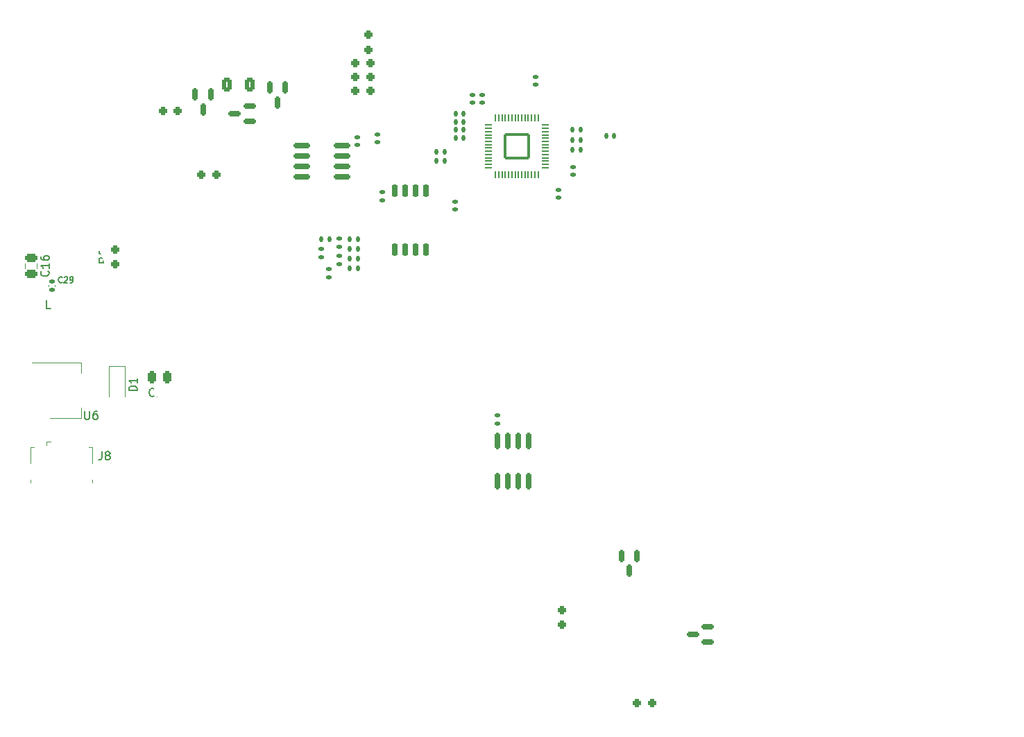
<source format=gto>
G04 #@! TF.GenerationSoftware,KiCad,Pcbnew,(6.0.9)*
G04 #@! TF.CreationDate,2022-12-16T01:27:57-08:00*
G04 #@! TF.ProjectId,PhobGCC_2_0_0_proto_1,50686f62-4743-4435-9f32-5f305f305f70,rev?*
G04 #@! TF.SameCoordinates,Original*
G04 #@! TF.FileFunction,Legend,Top*
G04 #@! TF.FilePolarity,Positive*
%FSLAX46Y46*%
G04 Gerber Fmt 4.6, Leading zero omitted, Abs format (unit mm)*
G04 Created by KiCad (PCBNEW (6.0.9)) date 2022-12-16 01:27:57*
%MOMM*%
%LPD*%
G01*
G04 APERTURE LIST*
G04 Aperture macros list*
%AMRoundRect*
0 Rectangle with rounded corners*
0 $1 Rounding radius*
0 $2 $3 $4 $5 $6 $7 $8 $9 X,Y pos of 4 corners*
0 Add a 4 corners polygon primitive as box body*
4,1,4,$2,$3,$4,$5,$6,$7,$8,$9,$2,$3,0*
0 Add four circle primitives for the rounded corners*
1,1,$1+$1,$2,$3*
1,1,$1+$1,$4,$5*
1,1,$1+$1,$6,$7*
1,1,$1+$1,$8,$9*
0 Add four rect primitives between the rounded corners*
20,1,$1+$1,$2,$3,$4,$5,0*
20,1,$1+$1,$4,$5,$6,$7,0*
20,1,$1+$1,$6,$7,$8,$9,0*
20,1,$1+$1,$8,$9,$2,$3,0*%
%AMHorizOval*
0 Thick line with rounded ends*
0 $1 width*
0 $2 $3 position (X,Y) of the first rounded end (center of the circle)*
0 $4 $5 position (X,Y) of the second rounded end (center of the circle)*
0 Add line between two ends*
20,1,$1,$2,$3,$4,$5,0*
0 Add two circle primitives to create the rounded ends*
1,1,$1,$2,$3*
1,1,$1,$4,$5*%
%AMFreePoly0*
4,1,397,1.800000,-0.940000,0.408673,-0.940000,0.403277,-1.027235,0.401356,-1.133531,0.402945,-1.281398,0.411246,-1.393555,0.428015,-1.476550,0.454895,-1.537030,0.493756,-1.582129,0.534103,-1.611203,0.615558,-1.643348,0.697633,-1.653926,0.796329,-1.665641,0.796818,-1.665915,0.797379,-1.665882,0.885602,-1.696499,0.886085,-1.696929,0.886718,-1.697051,0.953945,-1.741469,0.954506,-1.742299,
0.955336,-1.742850,0.991086,-1.795975,0.991245,-1.796757,0.991743,-1.797383,0.992100,-1.798622,0.992059,-1.798988,0.992245,-1.799304,0.998244,-1.841600,0.998195,-1.841790,0.998283,-1.841968,1.003319,-1.917100,1.003293,-1.917176,1.003327,-1.917249,1.006969,-2.015726,1.006949,-2.015779,1.006971,-2.015830,1.008789,-2.128157,1.008776,-2.128189,1.008790,-2.128221,1.008917,-2.166485,
1.009242,-2.278465,1.009223,-2.278512,1.009241,-2.278558,1.007796,-2.371336,1.007717,-2.371520,1.007776,-2.371710,1.000931,-2.447096,1.000725,-2.447490,1.000783,-2.447927,0.984905,-2.507730,0.984444,-2.508334,0.984321,-2.509082,0.955778,-2.555109,0.955023,-2.555652,0.954554,-2.556455,0.909717,-2.590517,0.908982,-2.590710,0.908423,-2.591227,0.843661,-2.615132,0.843193,-2.615114,
0.842798,-2.615365,0.754478,-2.630921,0.754229,-2.630866,0.754000,-2.630982,0.638493,-2.639998,0.638370,-2.639958,0.638251,-2.640011,0.491924,-2.644296,0.491870,-2.644275,0.491816,-2.644298,0.311040,-2.645661,0.311024,-2.645654,0.311008,-2.645661,0.092153,-2.645911,0.051430,-2.645971,-0.178230,-2.646549,-0.178242,-2.646544,-0.178254,-2.646549,-0.369163,-2.646129,-0.369210,-2.646109,
-0.369258,-2.646128,-0.524988,-2.642817,-0.525096,-2.642769,-0.525207,-2.642807,-0.649331,-2.634711,-0.649539,-2.634608,-0.649766,-2.634664,-0.745858,-2.619891,-0.746222,-2.619670,-0.746647,-2.619703,-0.818278,-2.596360,-0.818812,-2.595903,-0.819501,-2.595767,-0.870245,-2.561959,-0.870750,-2.561206,-0.871523,-2.560730,-0.904952,-2.514566,-0.905138,-2.513788,-0.905656,-2.513182,-0.925342,-2.452766,
-0.925303,-2.452268,-0.925550,-2.451833,-0.935068,-2.375274,-0.935002,-2.375036,-0.935104,-2.374811,-0.938024,-2.280213,-0.937994,-2.280133,-0.938026,-2.280055,-0.937923,-2.165521,-0.937833,-2.119370,-0.937834,-1.803410,-0.936369,-1.799874,-0.877066,-1.740572,-0.876576,-1.740369,-0.876278,-1.739930,-0.793514,-1.685525,-0.792729,-1.685375,-0.792098,-1.684883,-0.726694,-1.666833,-0.726373,-1.666873,
-0.726096,-1.666707,-0.548823,-1.640469,-0.453663,-1.607693,-0.402766,-1.569117,-0.345169,-1.511522,-0.345631,-1.136259,-0.347252,-0.974299,-0.348989,-0.940000,-0.800000,-0.940000,-0.800000,-0.215041,-0.836656,-0.193977,-0.946948,-0.164784,-1.072629,-0.163822,-1.220285,-0.190343,-1.370229,-0.234730,-1.737574,-0.379606,-2.090998,-0.562564,-2.427441,-0.780837,-2.743769,-1.031620,-3.036902,-1.312144,
-3.303709,-1.619597,-3.541085,-1.951188,-3.745975,-2.304202,-3.804811,-2.422589,-3.960839,-2.791719,-4.077792,-3.164945,-4.156752,-3.547344,-4.198758,-3.943898,-4.205358,-4.339194,-4.201969,-4.463252,-4.197628,-4.553434,-4.191104,-4.618114,-4.181212,-4.665718,-4.166709,-4.704984,-4.146174,-4.744742,-4.145984,-4.745080,-4.060578,-4.856101,-3.946974,-4.942083,-3.814392,-4.996270,-3.798578,-5.000082,
-3.761170,-5.007830,-3.726466,-5.012262,-3.688540,-5.012498,-3.641363,-5.007587,-3.579075,-4.996539,-3.495925,-4.978393,-3.386079,-4.952190,-3.243882,-4.917022,-3.160107,-4.896099,-3.160090,-4.896102,-3.160075,-4.896091,-2.825551,-4.814926,-2.825504,-4.814933,-2.825465,-4.814906,-2.520338,-4.746536,-2.520279,-4.746546,-2.520229,-4.746513,-2.234186,-4.689082,-2.234119,-4.689095,-2.234060,-4.689058,
-1.956778,-4.640707,-1.956708,-4.640723,-1.956649,-4.640687,-1.677813,-4.599558,-1.677751,-4.599574,-1.677695,-4.599542,-1.386988,-4.563779,-1.386947,-4.563790,-1.386909,-4.563770,-1.208530,-4.544727,-1.208456,-4.544749,-1.208387,-4.544714,-0.788972,-4.512186,-0.788865,-4.512221,-0.788763,-4.512174,-0.344963,-4.496401,-0.344871,-4.496435,-0.344780,-4.496398,0.114330,-4.496895,0.114414,-4.496930,
0.114500,-4.496898,0.579843,-4.513179,0.579925,-4.513216,0.580009,-4.513188,1.042509,-4.544767,1.042591,-4.544808,1.042680,-4.544781,1.493263,-4.591174,1.493353,-4.591222,1.493451,-4.591197,1.923040,-4.651918,1.923142,-4.651978,1.923257,-4.651954,2.322776,-4.726517,2.322840,-4.726559,2.322917,-4.726545,2.366542,-4.735989,2.366779,-4.736153,2.367068,-4.736133,2.514152,-4.785220,
2.514595,-4.785604,2.515171,-4.785694,2.638100,-4.860626,2.638477,-4.861143,2.639066,-4.861393,2.733566,-4.957707,2.733832,-4.958367,2.734386,-4.958814,2.796184,-5.072043,2.796268,-5.072821,2.796700,-5.073470,2.821521,-5.199153,2.821433,-5.199595,2.821615,-5.200009,2.821893,-5.212292,2.821745,-5.212674,2.821850,-5.213070,2.804925,-5.339172,2.804595,-5.339741,2.804598,-5.340396,
2.756011,-5.459423,2.755587,-5.459851,2.755451,-5.460439,2.681433,-5.564066,2.680901,-5.564398,2.680618,-5.564956,2.587399,-5.644860,2.586701,-5.645088,2.586199,-5.645622,2.480009,-5.693477,2.479486,-5.693493,2.479057,-5.693796,2.457728,-5.698617,2.457323,-5.698547,2.456955,-5.698729,2.387087,-5.703343,2.386780,-5.703239,2.386474,-5.703346,2.280533,-5.697312,2.280388,-5.697242,
2.280234,-5.697286,2.136975,-5.680464,2.136894,-5.680419,2.136804,-5.680441,1.954985,-5.652688,1.954937,-5.652659,1.954885,-5.652671,1.775715,-5.621580,1.422750,-5.567304,1.038613,-5.525452,0.632604,-5.496232,0.214024,-5.479852,-0.207803,-5.476527,-0.623559,-5.486465,-1.023796,-5.509873,-1.399392,-5.546974,-1.418991,-5.549396,-1.773556,-5.601353,-2.152156,-5.670741,-2.541796,-5.754671,
-2.929412,-5.850236,-3.301917,-5.954528,-3.460779,-6.003419,-3.460810,-6.003416,-3.460833,-6.003435,-3.663945,-6.063458,-3.664094,-6.063442,-3.664216,-6.063530,-3.834344,-6.103619,-3.834572,-6.103582,-3.834770,-6.103700,-3.976058,-6.124270,-3.976395,-6.124185,-3.976715,-6.124322,-4.093298,-6.125789,-4.093760,-6.125604,-4.094244,-6.125710,-4.190263,-6.108489,-4.190728,-6.108191,-4.191282,-6.108192,
-4.253671,-6.082532,-4.254052,-6.082153,-4.254578,-6.082044,-4.390550,-5.989695,-4.390910,-5.989147,-4.391500,-5.988856,-4.490511,-5.875964,-4.490746,-5.875273,-4.491284,-5.874779,-4.553881,-5.740424,-4.553911,-5.739735,-4.554278,-5.739152,-4.581011,-5.582417,-4.580926,-5.582043,-4.581081,-5.581691,-4.582207,-5.532634,-4.585052,-5.448410,-4.593539,-5.336992,-4.606346,-5.213085,-4.621904,-5.092970,
-4.660414,-4.793081,-4.660386,-4.792977,-4.660436,-4.792880,-4.684051,-4.523303,-4.684011,-4.523176,-4.684067,-4.523053,-4.693275,-4.274662,-4.693222,-4.274518,-4.693277,-4.274377,-4.688570,-4.038046,-4.688527,-4.037948,-4.688562,-4.037846,-4.683262,-3.949808,-4.683212,-3.949705,-4.683245,-3.949595,-4.643853,-3.567529,-4.643760,-3.567356,-4.643802,-3.567164,-4.580385,-3.211057,-4.580266,-3.210871,
-4.580295,-3.210654,-4.490070,-2.869846,-4.489936,-2.869670,-4.489947,-2.869447,-4.370127,-2.533281,-4.369996,-2.533136,-4.369991,-2.532939,-4.230649,-2.217397,-4.230522,-2.217276,-4.230507,-2.217102,-4.055517,-1.882177,-4.055357,-1.882043,-4.055322,-1.881838,-3.864133,-1.576577,-3.863949,-1.576446,-3.863893,-1.576229,-3.648848,-1.289829,-3.648663,-1.289720,-3.648593,-1.289516,-3.402039,-1.011177,
-3.401923,-1.011121,-3.401875,-1.011000,-3.307079,-0.913845,-3.306971,-0.913799,-3.306923,-0.913692,-3.042008,-0.664949,-3.041821,-0.664878,-3.041726,-0.664704,-2.773401,-0.448059,-2.773192,-0.447997,-2.773072,-0.447815,-2.490391,-0.255508,-2.490186,-0.255465,-2.490057,-0.255299,-2.182072,-0.079569,-2.181932,-0.079551,-2.181839,-0.079444,-2.003995,0.009919,-2.003897,0.009926,-2.003830,0.009998,
-1.798346,0.104003,-1.798219,0.104008,-1.798129,0.104096,-1.595978,0.185244,-1.595842,0.185243,-1.595741,0.185332,-1.384936,0.257810,-1.384815,0.257803,-1.384720,0.257879,-1.153282,0.325873,-1.153197,0.325864,-1.153128,0.325916,-0.944671,0.379992,-0.800000,0.417724,-0.800000,1.660000,1.800000,1.660000,1.800000,-0.940000,1.800000,-0.940000,$1*%
%AMFreePoly1*
4,1,466,4.128268,6.138208,4.128693,6.138340,4.221084,6.129783,4.221580,6.129522,4.222136,6.129569,4.303090,6.103861,4.303514,6.103504,4.304063,6.103433,4.379090,6.060442,4.379347,6.060109,4.379750,6.059990,4.454357,5.999588,4.454443,5.999429,4.454613,5.999366,4.475155,5.980289,4.475217,5.980153,4.475355,5.980093,4.535551,5.917527,4.535693,5.917166,4.536021,5.916960,
4.580360,5.854677,4.580476,5.854173,4.580852,5.853817,4.612519,5.782932,4.612532,5.782477,4.612804,5.782110,4.634982,5.693736,4.634940,5.693452,4.635085,5.693204,4.650959,5.578454,4.650926,5.578326,4.650987,5.578209,4.661229,5.462209,4.672755,5.333438,4.687835,5.196765,4.704385,5.069757,4.718284,4.981170,4.718280,4.981155,4.718288,4.981143,4.730835,4.898185,
4.730804,4.898058,4.730865,4.897944,4.740372,4.804730,4.740342,4.804628,4.740389,4.804531,4.747181,4.694391,4.747155,4.694317,4.747187,4.694247,4.751588,4.560508,4.751570,4.560460,4.751590,4.560414,4.753927,4.396403,4.753917,4.396378,4.753928,4.396351,4.754530,4.238019,4.754524,4.238004,4.754530,4.237990,4.754205,4.062905,4.754196,4.062883,4.754205,4.062861,
4.752711,3.922460,4.752693,3.922418,4.752709,3.922376,4.749589,3.809017,4.749559,3.808949,4.749583,3.808879,4.744385,3.714921,4.744340,3.714828,4.744371,3.714729,4.736640,3.632530,4.736587,3.632429,4.736616,3.632318,4.725898,3.554235,4.725849,3.554152,4.725870,3.554060,4.711710,3.472450,4.711689,3.472416,4.711697,3.472376,4.707744,3.451457,4.707678,3.451356,
4.707697,3.451237,4.601013,2.998814,4.600876,2.998624,4.600893,2.998393,4.458156,2.566588,4.458000,2.566407,4.457996,2.566166,4.280044,2.156216,4.279867,2.156045,4.279840,2.155801,4.067508,1.768941,4.067314,1.768785,4.067263,1.768540,3.821388,1.406007,3.821178,1.405869,3.821104,1.405627,3.542521,1.068654,3.542298,1.068536,3.542201,1.068303,3.231746,0.758128,
3.231514,0.758032,3.231397,0.757811,2.889906,0.475668,2.889672,0.475596,2.889538,0.475392,2.527847,0.228688,2.527654,0.228648,2.527534,0.228491,2.274813,0.082318,2.274645,0.082296,2.274533,0.082167,2.015739,-0.046296,2.015564,-0.046308,2.015442,-0.046431,1.742981,-0.160145,1.742817,-0.160145,1.742694,-0.160255,1.448971,-0.262176,1.448830,-0.262168,1.448719,-0.262256,
1.126139,-0.355343,1.126038,-0.355332,1.125956,-0.355392,0.859132,-0.421512,0.715035,-0.463160,0.589378,-0.519345,0.518465,-0.560591,0.493893,-0.575351,0.460705,-0.606956,0.314786,-0.693941,0.200000,-0.731237,0.200000,-1.240000,1.800000,-1.240000,1.800000,-3.840000,-0.800000,-3.840000,-0.800000,-1.240000,-0.200000,-1.240000,-0.200000,-0.733543,-0.343569,-0.680150,-0.485717,-0.587131,
-0.603725,-0.464931,-0.691726,-0.319622,-0.745348,-0.158429,-0.761926,0.010639,-0.740634,0.179178,-0.682532,0.338812,-0.590508,0.481606,-0.469134,0.600464,-0.402247,0.641613,-0.381218,0.685926,-0.363081,0.750183,-0.352297,0.829119,-0.346998,0.930789,-0.345283,1.063231,-0.345166,1.138528,-0.345166,1.509656,-0.412391,1.576650,-0.453385,1.613052,-0.494509,1.635166,-0.550419,1.648609,
-0.633798,1.658206,-0.633815,1.658216,-0.633835,1.658210,-0.735724,1.670718,-0.736025,1.670888,-0.736368,1.670840,-0.813236,1.690732,-0.813815,1.691168,-0.814532,1.691271,-0.869861,1.724049,-0.870477,1.724870,-0.871355,1.725407,-0.908627,1.776578,-0.908828,1.777413,-0.909371,1.778075,-0.932068,1.853142,-0.932021,1.853619,-0.932251,1.854037,-0.943855,1.958506,-0.943794,1.958715,
-0.943884,1.958915,-0.947876,2.098289,-0.947853,2.098349,-0.947878,2.098409,-0.948119,2.153061,-0.948110,2.153083,-0.948119,2.153106,-0.947572,2.274538,-0.947546,2.274600,-0.947570,2.274663,-0.944996,2.362151,-0.944930,2.362299,-0.944978,2.362453,-0.939399,2.424372,-0.939251,2.424654,-0.939309,2.424968,-0.929749,2.469691,-0.929490,2.470067,-0.929494,2.470520,-0.914977,2.506423,
-0.914758,2.506646,-0.914724,2.506956,-0.904316,2.525907,-0.904043,2.526126,-0.903959,2.526465,-0.866993,2.576658,-0.866099,2.577198,-0.865462,2.578026,-0.819733,2.604357,-0.818946,2.604460,-0.818294,2.604911,-0.763406,2.616776,-0.763058,2.616713,-0.762741,2.616874,-0.720082,2.620218,-0.719983,2.620186,-0.719889,2.620229,-0.640375,2.623383,-0.640340,2.623370,-0.640306,2.623385,
-0.529412,2.626248,-0.529393,2.626241,-0.529373,2.626249,-0.392576,2.628720,-0.392563,2.628715,-0.392548,2.628721,-0.235325,2.630702,-0.235313,2.630697,-0.235302,2.630702,-0.063130,2.632091,-0.063120,2.632087,-0.063110,2.632091,0.105645,2.632764,0.105650,2.632762,0.105655,2.632764,0.879570,2.634333,0.879626,2.634310,0.879685,2.634333,0.881406,2.633577,0.883109,2.632876,
0.883133,2.632819,0.883189,2.632794,1.007526,2.503131,1.008191,2.501427,1.008916,2.499764,1.022193,1.790384,1.022004,1.789903,1.022114,1.789397,1.021327,1.788175,1.020796,1.786821,1.020322,1.786614,1.020042,1.786180,0.938079,1.729380,0.937775,1.729314,0.937578,1.729075,0.862966,1.689426,0.862399,1.689371,0.861949,1.689021,0.767087,1.662862,0.766783,1.662900,
0.766522,1.662741,0.611235,1.638723,0.553188,1.621632,0.510108,1.595836,0.482248,1.570604,0.451531,1.536342,0.431798,1.501011,0.419069,1.452589,0.409893,1.379223,0.405065,1.323546,0.398833,1.188821,0.400588,1.050678,0.409490,0.919076,0.424679,0.804120,0.445263,0.715900,0.458644,0.682236,0.496745,0.618693,0.553496,0.536915,0.619501,0.449262,0.685420,0.367950,
0.741929,0.305155,0.760753,0.287115,0.851531,0.220540,0.948976,0.178302,1.058036,0.160336,1.183624,0.166832,1.330474,0.198084,1.503196,0.254343,1.661846,0.316964,2.044001,0.499136,2.404894,0.716821,2.742004,0.967905,3.052698,1.250222,3.334373,1.561614,3.584498,1.900027,3.592635,1.912312,3.804036,2.270847,3.978612,2.648258,4.115389,3.041009,4.213329,3.445469,
4.271390,3.857989,4.288538,4.275045,4.287307,4.346125,4.283718,4.467132,4.279281,4.554489,4.272589,4.616802,4.262257,4.662916,4.246852,4.701835,4.224760,4.742619,4.221734,4.747801,4.145181,4.845771,4.044803,4.927645,3.932151,4.986330,3.818836,5.014661,3.789188,5.016151,3.746621,5.011074,3.669589,4.996666,3.565277,4.974452,3.440528,4.945921,3.302195,4.912567,
3.214437,4.890585,3.214420,4.890587,3.214406,4.890577,2.815024,4.793254,2.814959,4.793264,2.814906,4.793227,2.443760,4.712213,2.443681,4.712227,2.443613,4.712183,2.091318,4.646311,2.091228,4.646330,2.091148,4.646282,1.748319,4.594385,1.748224,4.594409,1.748138,4.594361,1.405393,4.555272,1.405301,4.555298,1.405215,4.555255,1.053168,4.527805,1.053086,4.527832,
1.053008,4.527795,0.682274,4.510818,0.682206,4.510842,0.682141,4.510814,0.283338,4.503143,0.283299,4.503158,0.283261,4.503142,0.093769,4.502415,0.093747,4.502424,0.093725,4.502415,-0.186213,4.503810,-0.186246,4.503824,-0.186279,4.503811,-0.433122,4.508277,-0.433167,4.508297,-0.433215,4.508279,-0.656131,4.516457,-0.656189,4.516484,-0.656249,4.516463,-0.864407,4.528998,
-0.864471,4.529029,-0.864538,4.529008,-1.067106,4.546542,-1.067166,4.546573,-1.067233,4.546554,-1.273381,4.569731,-1.273433,4.569760,-1.273489,4.569745,-1.492384,4.599206,-1.492418,4.599226,-1.492457,4.599216,-1.674406,4.626426,-1.674433,4.626442,-1.674463,4.626435,-1.904357,4.663529,-1.904406,4.663559,-1.904462,4.663547,-2.096151,4.698659,-2.096235,4.698714,-2.096335,4.698696,
-2.253773,4.733682,-2.253909,4.733778,-2.254075,4.733759,-2.381216,4.770476,-2.381422,4.770640,-2.381685,4.770637,-2.482483,4.810940,-2.482761,4.811211,-2.483147,4.811264,-2.561556,4.857008,-2.561866,4.857416,-2.562349,4.857582,-2.622321,4.910623,-2.622566,4.911125,-2.623044,4.911416,-2.668538,4.973609,-2.668653,4.974081,-2.669014,4.974406,-2.703980,5.047608,-2.703997,5.047928,
-2.704208,5.048170,-2.729354,5.122980,-2.729326,5.123385,-2.729544,5.123731,-2.747077,5.226339,-2.746909,5.227077,-2.747109,5.227807,-2.734722,5.326017,-2.734366,5.326642,-2.734357,5.327359,-2.689766,5.431502,-2.689483,5.431778,-2.689419,5.432169,-2.646003,5.502175,-2.645625,5.502446,-2.645470,5.502885,-2.553430,5.605135,-2.552738,5.605466,-2.552280,5.606081,-2.440413,5.672988,
-2.439614,5.673106,-2.438956,5.673572,-2.312193,5.702410,-2.311704,5.702327,-2.311251,5.702532,-2.282333,5.703497,-2.282091,5.703406,-2.281845,5.703490,-2.225873,5.699891,-2.225756,5.699834,-2.225633,5.699869,-2.137511,5.689915,-2.137459,5.689886,-2.137399,5.689902,-2.026618,5.674855,-2.026580,5.674833,-2.026538,5.674843,-1.902592,5.655964,-1.902563,5.655946,-1.902529,5.655954,
-1.813769,5.641264,-1.274400,5.560469,-0.752528,5.506712,-0.233836,5.478924,0.296010,5.476047,0.389909,5.478003,0.903842,5.499723,1.389863,5.540027,1.858776,5.600707,2.321288,5.683551,2.788090,5.790347,3.269958,5.922906,3.532645,6.003440,3.532650,6.003439,3.532656,6.003444,3.725889,6.062200,3.725988,6.062190,3.726068,6.062251,3.885827,6.104373,3.886006,6.104349,
3.886156,6.104448,4.017949,6.129806,4.018242,6.129746,4.018508,6.129881,4.127846,6.138346,4.128268,6.138208,4.128268,6.138208,$1*%
%AMFreePoly2*
4,1,109,2.423048,2.892512,2.446920,2.888310,2.451927,2.883128,2.458779,2.880902,2.473024,2.861296,2.489866,2.843866,2.490871,2.836731,2.495106,2.830902,2.495106,2.806663,2.498486,2.782666,2.471432,2.628953,2.468694,2.623799,2.468851,2.617962,2.380444,2.318632,2.376698,2.313172,2.376028,2.306587,2.250031,2.021036,2.245617,2.016101,2.244110,2.009656,2.203805,1.943010,
2.482545,2.046854,2.491614,2.046526,2.500000,2.050000,4.200000,2.050000,4.235355,2.035355,4.250000,2.000000,4.250000,0.900000,4.235355,0.864645,4.200000,0.850000,2.500000,0.850000,2.491234,0.853631,2.481746,0.853451,1.980546,1.050000,1.361999,1.050000,1.105862,0.905567,1.099374,0.904257,1.094308,0.899996,0.805051,0.782755,0.798448,0.782286,0.792878,0.778709,
0.500000,0.701823,0.500000,0.571170,0.597174,0.473315,0.687196,0.329249,0.743064,0.168820,0.762000,0.000000,0.761703,-0.021276,0.738060,-0.189502,0.677735,-0.348309,0.583726,-0.489804,0.460705,-0.606956,0.314786,-0.693941,0.153221,-0.746436,-0.015958,-0.761833,-0.184344,-0.739365,-0.343569,-0.680150,-0.485717,-0.587131,-0.603725,-0.464931,-0.691726,-0.319622,-0.745348,-0.158429,
-0.761926,0.010639,-0.740634,0.179178,-0.682532,0.338812,-0.590508,0.481606,-0.500000,0.570238,-0.500000,0.701823,-0.792878,0.778709,-0.798448,0.782286,-0.805050,0.782755,-1.094308,0.899996,-1.099374,0.904257,-1.105862,0.905567,-1.344265,1.040000,-1.980989,1.040000,-2.482545,0.853146,-2.491614,0.853474,-2.500000,0.850000,-4.200000,0.850000,-4.235355,0.864645,-4.250000,0.900000,
-4.250000,2.000000,-4.235355,2.035355,-4.200000,2.050000,-2.500000,2.050000,-2.491234,2.046369,-2.481746,2.046549,-2.199479,1.935856,-2.244110,2.009656,-2.245617,2.016101,-2.250031,2.021036,-2.376029,2.306588,-2.376699,2.313174,-2.380443,2.318631,-2.468851,2.617962,-2.468694,2.623799,-2.471432,2.628953,-2.498486,2.782666,-2.495106,2.806663,-2.495106,2.830902,-2.490871,2.836731,
-2.489866,2.843866,-2.473024,2.861296,-2.458779,2.880902,-2.451927,2.883128,-2.446920,2.888310,-2.423048,2.892512,-2.400000,2.900000,2.400000,2.900000,2.423048,2.892512,2.423048,2.892512,$1*%
%AMFreePoly3*
4,1,109,0.174003,0.741867,0.334039,0.684881,0.477472,0.593856,0.597174,0.473315,0.687196,0.329249,0.743064,0.168820,0.762000,0.000000,0.761703,-0.021276,0.738060,-0.189502,0.677735,-0.348309,0.583726,-0.489804,0.500000,-0.569536,0.500000,-0.701823,0.792878,-0.778709,0.798448,-0.782286,0.805051,-0.782755,1.094308,-0.899996,1.099374,-0.904257,1.105862,-0.905567,1.346039,-1.041000,
1.979990,-1.041000,2.481545,-0.854146,2.490614,-0.854474,2.499000,-0.851000,4.200000,-0.851000,4.235355,-0.865645,4.250000,-0.901000,4.250000,-2.001000,4.235355,-2.036355,4.200000,-2.051000,2.499000,-2.051000,2.490234,-2.047369,2.480746,-2.047549,2.200583,-1.937681,2.244110,-2.009656,2.245617,-2.016101,2.250031,-2.021036,2.376028,-2.306587,2.376698,-2.313172,2.380444,-2.318632,
2.468851,-2.617962,2.468694,-2.623799,2.471432,-2.628953,2.498486,-2.782666,2.495106,-2.806663,2.495106,-2.830902,2.490871,-2.836731,2.489866,-2.843866,2.473024,-2.861296,2.458779,-2.880902,2.451927,-2.883128,2.446920,-2.888310,2.423048,-2.892512,2.400000,-2.900000,-2.400000,-2.900000,-2.423048,-2.892512,-2.446920,-2.888310,-2.451927,-2.883128,-2.458779,-2.880902,-2.473024,-2.861296,
-2.489866,-2.843866,-2.490871,-2.836731,-2.495106,-2.830902,-2.495106,-2.806663,-2.498486,-2.782666,-2.471432,-2.628953,-2.468694,-2.623799,-2.468851,-2.617962,-2.380443,-2.318631,-2.376699,-2.313174,-2.376029,-2.306588,-2.250031,-2.021036,-2.245617,-2.016101,-2.244110,-2.009656,-2.203805,-1.943010,-2.482545,-2.046854,-2.491614,-2.046526,-2.500000,-2.050000,-4.200000,-2.050000,-4.235355,-2.035355,
-4.250000,-2.000000,-4.250000,-0.900000,-4.235355,-0.864645,-4.200000,-0.850000,-2.500000,-0.850000,-2.491234,-0.853631,-2.481746,-0.853451,-1.980545,-1.050000,-1.361999,-1.050000,-1.105862,-0.905567,-1.099374,-0.904257,-1.094308,-0.899996,-0.805050,-0.782755,-0.798448,-0.782286,-0.792878,-0.778709,-0.500000,-0.701823,-0.500000,-0.572341,-0.603725,-0.464931,-0.691726,-0.319622,-0.745348,-0.158429,
-0.761926,0.010639,-0.740634,0.179178,-0.682532,0.338812,-0.590508,0.481606,-0.469134,0.600464,-0.324444,0.689478,-0.163628,0.744224,0.005320,0.761981,0.174003,0.741867,0.174003,0.741867,$1*%
%AMFreePoly4*
4,1,52,0.073905,0.494508,0.209726,0.453889,0.328688,0.376782,0.421226,0.269385,0.479903,0.140333,0.500000,0.000000,0.499851,-0.012216,0.493270,-0.051334,2.240667,-0.051334,2.244203,-0.052798,2.245667,-0.056334,2.245667,-5.115167,2.244203,-5.118703,2.240667,-5.120167,1.669167,-5.120167,1.665631,-5.118703,1.664167,-5.115167,1.664167,-0.632834,0.213667,-0.632834,0.213667,-5.115167,
0.212203,-5.118703,0.208667,-5.120167,-0.384000,-5.120167,-0.387536,-5.118703,-0.389000,-5.115167,-0.389000,-0.632834,-1.860666,-0.632834,-1.860666,-5.115167,-1.862130,-5.118703,-1.865666,-5.120167,-2.437166,-5.120167,-2.440702,-5.118703,-2.442166,-5.115167,-2.442166,-0.056334,-2.440702,-0.052798,-2.437166,-0.051334,-0.540331,-0.051334,-0.516310,0.048800,-0.516081,0.049116,-0.516084,0.049507,
-0.478875,0.141542,-0.478152,0.146186,-0.469840,0.163891,-0.466788,0.171439,-0.466264,0.171972,-0.466055,0.172692,-0.465216,0.173739,-0.417904,0.274511,-0.324060,0.380769,-0.204165,0.456417,-0.067858,0.495374,0.073905,0.494508,0.073905,0.494508,$1*%
%AMFreePoly5*
4,1,69,2.426383,5.069651,2.428131,5.068968,2.428153,5.068918,2.428203,5.068897,2.428915,5.067177,2.429666,5.065462,2.429646,5.065411,2.429667,5.065361,2.429667,0.026500,2.428203,0.022964,2.424667,0.021500,1.697721,0.021500,1.514570,0.021092,1.334660,0.019937,1.164978,0.018135,1.012624,0.015784,0.884488,0.012987,0.787775,0.009847,0.749088,0.007927,0.530743,-0.005432,
0.508394,-0.088993,0.508170,-0.089285,0.508167,-0.089653,0.458855,-0.205995,0.458401,-0.206442,0.458241,-0.207057,0.434305,-0.238758,0.414519,-0.279596,0.319384,-0.384700,0.198574,-0.458877,0.061801,-0.496166,-0.079941,-0.493568,-0.215256,-0.451293,-0.333266,-0.372738,-0.424486,-0.264219,-0.481581,-0.134460,-0.499963,0.006109,-0.498457,0.015784,-0.497567,0.021500,-2.253166,0.021500,
-2.256702,0.022964,-2.258166,0.026500,-2.258166,5.064166,-2.256702,5.067702,-2.253166,5.069166,-1.681666,5.069166,-1.678130,5.067702,-1.676666,5.064166,-1.676666,0.581833,-0.205000,0.581833,-0.205000,5.064166,-0.203536,5.067702,-0.200000,5.069166,0.371500,5.069166,0.375036,5.067702,0.376500,5.064166,0.376500,0.581833,1.826819,0.581833,1.837584,5.053595,1.838292,5.055293,
1.838977,5.057047,1.839034,5.057072,1.839057,5.057127,1.840742,5.057820,1.842483,5.058582,2.424566,5.070360,2.424617,5.070340,2.424667,5.070361,2.426383,5.069651,2.426383,5.069651,$1*%
G04 Aperture macros list end*
%ADD10C,0.120000*%
%ADD11C,0.150000*%
%ADD12C,0.100000*%
%ADD13C,0.110000*%
%ADD14C,0.127000*%
%ADD15C,0.200000*%
%ADD16C,3.560000*%
%ADD17C,3.560001*%
%ADD18C,0.810267*%
%ADD19C,0.814255*%
%ADD20C,2.590494*%
%ADD21C,0.010000*%
%ADD22FreePoly0,0.000000*%
%ADD23FreePoly1,0.000000*%
%ADD24C,0.800000*%
%ADD25FreePoly0,41.000000*%
%ADD26FreePoly1,41.000000*%
%ADD27HorizOval,1.700000X0.259808X-0.150000X-0.259808X0.150000X0*%
%ADD28C,2.500000*%
%ADD29FreePoly2,180.000000*%
%ADD30FreePoly3,180.000000*%
%ADD31FreePoly2,270.000000*%
%ADD32FreePoly3,270.000000*%
%ADD33FreePoly2,90.000000*%
%ADD34FreePoly3,90.000000*%
%ADD35C,2.000000*%
%ADD36C,1.600000*%
%ADD37HorizOval,2.800000X-0.568661X0.191376X0.568661X-0.191376X0*%
%ADD38HorizOval,1.600000X0.026168X0.499315X-0.026168X-0.499315X0*%
%ADD39R,0.750000X1.200000*%
%ADD40FreePoly4,0.000000*%
%ADD41C,1.000000*%
%ADD42FreePoly5,0.000000*%
%ADD43FreePoly0,297.000000*%
%ADD44FreePoly1,297.000000*%
%ADD45C,5.200000*%
%ADD46C,1.800000*%
%ADD47C,2.400000*%
%ADD48C,2.200000*%
%ADD49FreePoly0,12.000000*%
%ADD50FreePoly1,12.000000*%
%ADD51O,2.800000X2.200000*%
%ADD52RoundRect,0.250000X-0.375000X-0.625000X0.375000X-0.625000X0.375000X0.625000X-0.375000X0.625000X0*%
%ADD53RoundRect,0.237500X-0.250000X-0.237500X0.250000X-0.237500X0.250000X0.237500X-0.250000X0.237500X0*%
%ADD54RoundRect,0.150000X0.150000X-0.650000X0.150000X0.650000X-0.150000X0.650000X-0.150000X-0.650000X0*%
%ADD55RoundRect,0.135000X-0.135000X-0.185000X0.135000X-0.185000X0.135000X0.185000X-0.135000X0.185000X0*%
%ADD56RoundRect,0.135000X0.135000X0.185000X-0.135000X0.185000X-0.135000X-0.185000X0.135000X-0.185000X0*%
%ADD57RoundRect,0.140000X0.140000X0.170000X-0.140000X0.170000X-0.140000X-0.170000X0.140000X-0.170000X0*%
%ADD58R,2.000000X1.500000*%
%ADD59R,2.000000X3.800000*%
%ADD60RoundRect,0.140000X-0.170000X0.140000X-0.170000X-0.140000X0.170000X-0.140000X0.170000X0.140000X0*%
%ADD61R,1.400000X1.200000*%
%ADD62RoundRect,0.140000X-0.140000X-0.170000X0.140000X-0.170000X0.140000X0.170000X-0.140000X0.170000X0*%
%ADD63RoundRect,0.135000X0.185000X-0.135000X0.185000X0.135000X-0.185000X0.135000X-0.185000X-0.135000X0*%
%ADD64R,1.200000X0.750000*%
%ADD65R,0.750000X1.000000*%
%ADD66RoundRect,0.140000X0.170000X-0.140000X0.170000X0.140000X-0.170000X0.140000X-0.170000X-0.140000X0*%
%ADD67RoundRect,0.150000X0.587500X0.150000X-0.587500X0.150000X-0.587500X-0.150000X0.587500X-0.150000X0*%
%ADD68RoundRect,0.150000X-0.150000X0.587500X-0.150000X-0.587500X0.150000X-0.587500X0.150000X0.587500X0*%
%ADD69HorizOval,1.700000X0.259808X0.150000X-0.259808X-0.150000X0*%
%ADD70RoundRect,0.250000X-0.475000X0.250000X-0.475000X-0.250000X0.475000X-0.250000X0.475000X0.250000X0*%
%ADD71RoundRect,0.135000X-0.185000X0.135000X-0.185000X-0.135000X0.185000X-0.135000X0.185000X0.135000X0*%
%ADD72RoundRect,0.150000X0.150000X-0.825000X0.150000X0.825000X-0.150000X0.825000X-0.150000X-0.825000X0*%
%ADD73RoundRect,0.050000X0.050000X-0.387500X0.050000X0.387500X-0.050000X0.387500X-0.050000X-0.387500X0*%
%ADD74RoundRect,0.050000X0.387500X-0.050000X0.387500X0.050000X-0.387500X0.050000X-0.387500X-0.050000X0*%
%ADD75RoundRect,0.144000X1.456000X-1.456000X1.456000X1.456000X-1.456000X1.456000X-1.456000X-1.456000X0*%
%ADD76RoundRect,0.237500X0.250000X0.237500X-0.250000X0.237500X-0.250000X-0.237500X0.250000X-0.237500X0*%
%ADD77R,1.700000X1.700000*%
%ADD78C,0.787400*%
%ADD79RoundRect,0.237500X-0.237500X0.250000X-0.237500X-0.250000X0.237500X-0.250000X0.237500X0.250000X0*%
%ADD80RoundRect,0.237500X0.237500X-0.250000X0.237500X0.250000X-0.237500X0.250000X-0.237500X-0.250000X0*%
%ADD81RoundRect,0.150000X0.594545X0.119047X-0.578844X0.180542X-0.594545X-0.119047X0.578844X-0.180542X0*%
%ADD82O,2.600000X1.600000*%
%ADD83HorizOval,2.800000X-0.161352X-0.577898X0.161352X0.577898X0*%
%ADD84RoundRect,0.150000X0.119047X-0.594545X0.180542X0.578844X-0.119047X0.594545X-0.180542X-0.578844X0*%
%ADD85R,1.200000X0.900000*%
%ADD86O,1.350000X2.000000*%
%ADD87R,0.900000X1.200000*%
%ADD88R,0.400000X1.350000*%
%ADD89R,1.200000X1.550000*%
%ADD90R,1.500000X1.550000*%
%ADD91O,1.250000X0.950000*%
%ADD92O,0.890000X1.550000*%
%ADD93RoundRect,0.150000X-0.825000X-0.150000X0.825000X-0.150000X0.825000X0.150000X-0.825000X0.150000X0*%
%ADD94RoundRect,0.250000X-0.250000X-0.475000X0.250000X-0.475000X0.250000X0.475000X-0.250000X0.475000X0*%
%ADD95O,2.250000X1.700000*%
%ADD96R,2.250000X1.700000*%
%ADD97O,1.600000X2.500000*%
%ADD98O,1.250000X2.500000*%
%ADD99O,1.400000X2.000000*%
%ADD100R,1.400000X2.000000*%
%ADD101R,2.000000X1.350000*%
%ADD102O,2.000000X1.350000*%
%ADD103R,2.200000X1.350000*%
%ADD104O,2.200000X1.350000*%
%ADD105R,1.350000X2.000000*%
G04 APERTURE END LIST*
D10*
X160121600Y-71120000D02*
X160121600Y-72085200D01*
X166522400Y-71120000D02*
X166522400Y-72085200D01*
X160121600Y-71120000D02*
X166522400Y-71120000D01*
D11*
X123960000Y-50148666D02*
X123912380Y-50243904D01*
X123912380Y-50386761D01*
X123960000Y-50529619D01*
X124055238Y-50624857D01*
X124150476Y-50672476D01*
X124340952Y-50720095D01*
X124483809Y-50720095D01*
X124674285Y-50672476D01*
X124769523Y-50624857D01*
X124864761Y-50529619D01*
X124912380Y-50386761D01*
X124912380Y-50291523D01*
X124864761Y-50148666D01*
X124817142Y-50101047D01*
X124483809Y-50101047D01*
X124483809Y-50291523D01*
X124912380Y-49672476D02*
X123912380Y-49672476D01*
X123912380Y-49291523D01*
X123960000Y-49196285D01*
X124007619Y-49148666D01*
X124102857Y-49101047D01*
X124245714Y-49101047D01*
X124340952Y-49148666D01*
X124388571Y-49196285D01*
X124436190Y-49291523D01*
X124436190Y-49672476D01*
X124912380Y-48672476D02*
X123912380Y-48672476D01*
X123912380Y-48005809D02*
X123912380Y-47815333D01*
X123960000Y-47720095D01*
X124055238Y-47624857D01*
X124245714Y-47577238D01*
X124579047Y-47577238D01*
X124769523Y-47624857D01*
X124864761Y-47720095D01*
X124912380Y-47815333D01*
X124912380Y-48005809D01*
X124864761Y-48101047D01*
X124769523Y-48196285D01*
X124579047Y-48243904D01*
X124245714Y-48243904D01*
X124055238Y-48196285D01*
X123960000Y-48101047D01*
X123912380Y-48005809D01*
X124388571Y-46053428D02*
X124436190Y-45910571D01*
X124483809Y-45862952D01*
X124579047Y-45815333D01*
X124721904Y-45815333D01*
X124817142Y-45862952D01*
X124864761Y-45910571D01*
X124912380Y-46005809D01*
X124912380Y-46386761D01*
X123912380Y-46386761D01*
X123912380Y-46053428D01*
X123960000Y-45958190D01*
X124007619Y-45910571D01*
X124102857Y-45862952D01*
X124198095Y-45862952D01*
X124293333Y-45910571D01*
X124340952Y-45958190D01*
X124388571Y-46053428D01*
X124388571Y-46386761D01*
X124912380Y-45386761D02*
X124245714Y-45386761D01*
X124436190Y-45386761D02*
X124340952Y-45339142D01*
X124293333Y-45291523D01*
X124245714Y-45196285D01*
X124245714Y-45101047D01*
X124864761Y-44386761D02*
X124912380Y-44482000D01*
X124912380Y-44672476D01*
X124864761Y-44767714D01*
X124769523Y-44815333D01*
X124388571Y-44815333D01*
X124293333Y-44767714D01*
X124245714Y-44672476D01*
X124245714Y-44482000D01*
X124293333Y-44386761D01*
X124388571Y-44339142D01*
X124483809Y-44339142D01*
X124579047Y-44815333D01*
X124912380Y-43482000D02*
X124388571Y-43482000D01*
X124293333Y-43529619D01*
X124245714Y-43624857D01*
X124245714Y-43815333D01*
X124293333Y-43910571D01*
X124864761Y-43482000D02*
X124912380Y-43577238D01*
X124912380Y-43815333D01*
X124864761Y-43910571D01*
X124769523Y-43958190D01*
X124674285Y-43958190D01*
X124579047Y-43910571D01*
X124531428Y-43815333D01*
X124531428Y-43577238D01*
X124483809Y-43482000D01*
X124912380Y-43005809D02*
X123912380Y-43005809D01*
X124531428Y-42910571D02*
X124912380Y-42624857D01*
X124245714Y-42624857D02*
X124626666Y-43005809D01*
X124912380Y-42053428D02*
X124864761Y-42148666D01*
X124817142Y-42196285D01*
X124721904Y-42243904D01*
X124436190Y-42243904D01*
X124340952Y-42196285D01*
X124293333Y-42148666D01*
X124245714Y-42053428D01*
X124245714Y-41910571D01*
X124293333Y-41815333D01*
X124340952Y-41767714D01*
X124436190Y-41720095D01*
X124721904Y-41720095D01*
X124817142Y-41767714D01*
X124864761Y-41815333D01*
X124912380Y-41910571D01*
X124912380Y-42053428D01*
X124245714Y-40862952D02*
X124912380Y-40862952D01*
X124245714Y-41291523D02*
X124769523Y-41291523D01*
X124864761Y-41243904D01*
X124912380Y-41148666D01*
X124912380Y-41005809D01*
X124864761Y-40910571D01*
X124817142Y-40862952D01*
X124245714Y-40529619D02*
X124245714Y-40148666D01*
X123912380Y-40386761D02*
X124769523Y-40386761D01*
X124864761Y-40339142D01*
X124912380Y-40243904D01*
X124912380Y-40148666D01*
D12*
X135534457Y-33939200D02*
X135477314Y-33910628D01*
X135391600Y-33910628D01*
X135305885Y-33939200D01*
X135248742Y-33996342D01*
X135220171Y-34053485D01*
X135191600Y-34167771D01*
X135191600Y-34253485D01*
X135220171Y-34367771D01*
X135248742Y-34424914D01*
X135305885Y-34482057D01*
X135391600Y-34510628D01*
X135448742Y-34510628D01*
X135534457Y-34482057D01*
X135563028Y-34453485D01*
X135563028Y-34253485D01*
X135448742Y-34253485D01*
X135820171Y-34510628D02*
X135820171Y-33910628D01*
X136163028Y-34510628D01*
X136163028Y-33910628D01*
X136448742Y-34510628D02*
X136448742Y-33910628D01*
X136591600Y-33910628D01*
X136677314Y-33939200D01*
X136734457Y-33996342D01*
X136763028Y-34053485D01*
X136791600Y-34167771D01*
X136791600Y-34253485D01*
X136763028Y-34367771D01*
X136734457Y-34424914D01*
X136677314Y-34482057D01*
X136591600Y-34510628D01*
X136448742Y-34510628D01*
D11*
X110270980Y-28030847D02*
X110270980Y-27380847D01*
X110425742Y-27380847D01*
X110518600Y-27411800D01*
X110580504Y-27473704D01*
X110611457Y-27535609D01*
X110642409Y-27659419D01*
X110642409Y-27752276D01*
X110611457Y-27876085D01*
X110580504Y-27937990D01*
X110518600Y-27999895D01*
X110425742Y-28030847D01*
X110270980Y-28030847D01*
X110920980Y-27783228D02*
X111416219Y-27783228D01*
X161793180Y-77236004D02*
X160793180Y-77236004D01*
X161507466Y-76902671D01*
X160793180Y-76569338D01*
X161793180Y-76569338D01*
X161697942Y-75521719D02*
X161745561Y-75569338D01*
X161793180Y-75712195D01*
X161793180Y-75807433D01*
X161745561Y-75950290D01*
X161650323Y-76045528D01*
X161555085Y-76093147D01*
X161364609Y-76140766D01*
X161221752Y-76140766D01*
X161031276Y-76093147D01*
X160936038Y-76045528D01*
X160840800Y-75950290D01*
X160793180Y-75807433D01*
X160793180Y-75712195D01*
X160840800Y-75569338D01*
X160888419Y-75521719D01*
X160793180Y-75093147D02*
X161602704Y-75093147D01*
X161697942Y-75045528D01*
X161745561Y-74997909D01*
X161793180Y-74902671D01*
X161793180Y-74712195D01*
X161745561Y-74616957D01*
X161697942Y-74569338D01*
X161602704Y-74521719D01*
X160793180Y-74521719D01*
X160793180Y-73426480D02*
X160793180Y-72855052D01*
X161793180Y-73140766D02*
X160793180Y-73140766D01*
X160793180Y-72616957D02*
X161793180Y-71950290D01*
X160793180Y-71950290D02*
X161793180Y-72616957D01*
X108240980Y-28030847D02*
X108240980Y-27380847D01*
X108395742Y-27380847D01*
X108488600Y-27411800D01*
X108550504Y-27473704D01*
X108581457Y-27535609D01*
X108612409Y-27659419D01*
X108612409Y-27752276D01*
X108581457Y-27876085D01*
X108550504Y-27937990D01*
X108488600Y-27999895D01*
X108395742Y-28030847D01*
X108240980Y-28030847D01*
X108890980Y-27783228D02*
X109386219Y-27783228D01*
X109138600Y-28030847D02*
X109138600Y-27535609D01*
X153822400Y-32996190D02*
X153822400Y-33472380D01*
X153489066Y-32472380D02*
X153822400Y-32996190D01*
X154155733Y-32472380D01*
D12*
X83502514Y-34510628D02*
X83502514Y-34196342D01*
X83473942Y-34139200D01*
X83416800Y-34110628D01*
X83302514Y-34110628D01*
X83245371Y-34139200D01*
X83502514Y-34482057D02*
X83445371Y-34510628D01*
X83302514Y-34510628D01*
X83245371Y-34482057D01*
X83216800Y-34424914D01*
X83216800Y-34367771D01*
X83245371Y-34310628D01*
X83302514Y-34282057D01*
X83445371Y-34282057D01*
X83502514Y-34253485D01*
X84073942Y-34510628D02*
X83788228Y-34510628D01*
X83788228Y-33910628D01*
D11*
X163774380Y-77236004D02*
X162774380Y-77236004D01*
X163488666Y-76902671D01*
X162774380Y-76569338D01*
X163774380Y-76569338D01*
X163679142Y-75521719D02*
X163726761Y-75569338D01*
X163774380Y-75712195D01*
X163774380Y-75807433D01*
X163726761Y-75950290D01*
X163631523Y-76045528D01*
X163536285Y-76093147D01*
X163345809Y-76140766D01*
X163202952Y-76140766D01*
X163012476Y-76093147D01*
X162917238Y-76045528D01*
X162822000Y-75950290D01*
X162774380Y-75807433D01*
X162774380Y-75712195D01*
X162822000Y-75569338D01*
X162869619Y-75521719D01*
X162774380Y-75093147D02*
X163583904Y-75093147D01*
X163679142Y-75045528D01*
X163726761Y-74997909D01*
X163774380Y-74902671D01*
X163774380Y-74712195D01*
X163726761Y-74616957D01*
X163679142Y-74569338D01*
X163583904Y-74521719D01*
X162774380Y-74521719D01*
X163774380Y-72712195D02*
X163298190Y-73045528D01*
X163774380Y-73283623D02*
X162774380Y-73283623D01*
X162774380Y-72902671D01*
X162822000Y-72807433D01*
X162869619Y-72759814D01*
X162964857Y-72712195D01*
X163107714Y-72712195D01*
X163202952Y-72759814D01*
X163250571Y-72807433D01*
X163298190Y-72902671D01*
X163298190Y-73283623D01*
X162774380Y-72378861D02*
X163774380Y-71712195D01*
X162774380Y-71712195D02*
X163774380Y-72378861D01*
X168170266Y-65136780D02*
X168836933Y-65136780D01*
X168170266Y-66136780D01*
X168836933Y-66136780D01*
D12*
X137522057Y-33910628D02*
X137893485Y-33910628D01*
X137693485Y-34139200D01*
X137779200Y-34139200D01*
X137836342Y-34167771D01*
X137864914Y-34196342D01*
X137893485Y-34253485D01*
X137893485Y-34396342D01*
X137864914Y-34453485D01*
X137836342Y-34482057D01*
X137779200Y-34510628D01*
X137607771Y-34510628D01*
X137550628Y-34482057D01*
X137522057Y-34453485D01*
X138150628Y-34453485D02*
X138179200Y-34482057D01*
X138150628Y-34510628D01*
X138122057Y-34482057D01*
X138150628Y-34453485D01*
X138150628Y-34510628D01*
X138379200Y-33910628D02*
X138750628Y-33910628D01*
X138550628Y-34139200D01*
X138636342Y-34139200D01*
X138693485Y-34167771D01*
X138722057Y-34196342D01*
X138750628Y-34253485D01*
X138750628Y-34396342D01*
X138722057Y-34453485D01*
X138693485Y-34482057D01*
X138636342Y-34510628D01*
X138464914Y-34510628D01*
X138407771Y-34482057D01*
X138379200Y-34453485D01*
X138950628Y-34110628D02*
X139093485Y-34510628D01*
X139236342Y-34110628D01*
D11*
X165711142Y-76664576D02*
X165758761Y-76712195D01*
X165806380Y-76855052D01*
X165806380Y-76950290D01*
X165758761Y-77093147D01*
X165663523Y-77188385D01*
X165568285Y-77236004D01*
X165377809Y-77283623D01*
X165234952Y-77283623D01*
X165044476Y-77236004D01*
X164949238Y-77188385D01*
X164854000Y-77093147D01*
X164806380Y-76950290D01*
X164806380Y-76855052D01*
X164854000Y-76712195D01*
X164901619Y-76664576D01*
X165806380Y-75759814D02*
X165806380Y-76236004D01*
X164806380Y-76236004D01*
X165806380Y-75426480D02*
X164806380Y-75426480D01*
X165806380Y-74855052D02*
X165234952Y-75283623D01*
X164806380Y-74855052D02*
X165377809Y-75426480D01*
D12*
X133432571Y-34510628D02*
X133432571Y-34196342D01*
X133404000Y-34139200D01*
X133346857Y-34110628D01*
X133232571Y-34110628D01*
X133175428Y-34139200D01*
X133432571Y-34482057D02*
X133375428Y-34510628D01*
X133232571Y-34510628D01*
X133175428Y-34482057D01*
X133146857Y-34424914D01*
X133146857Y-34367771D01*
X133175428Y-34310628D01*
X133232571Y-34282057D01*
X133375428Y-34282057D01*
X133432571Y-34253485D01*
X134061142Y-34510628D02*
X133861142Y-34224914D01*
X133718285Y-34510628D02*
X133718285Y-33910628D01*
X133946857Y-33910628D01*
X134004000Y-33939200D01*
X134032571Y-33967771D01*
X134061142Y-34024914D01*
X134061142Y-34110628D01*
X134032571Y-34167771D01*
X134004000Y-34196342D01*
X133946857Y-34224914D01*
X133718285Y-34224914D01*
D11*
X128443633Y-45116000D02*
X128376966Y-45082666D01*
X128276966Y-45082666D01*
X128176966Y-45116000D01*
X128110300Y-45182666D01*
X128076966Y-45249333D01*
X128043633Y-45382666D01*
X128043633Y-45482666D01*
X128076966Y-45616000D01*
X128110300Y-45682666D01*
X128176966Y-45749333D01*
X128276966Y-45782666D01*
X128343633Y-45782666D01*
X128443633Y-45749333D01*
X128476966Y-45716000D01*
X128476966Y-45482666D01*
X128343633Y-45482666D01*
X128776966Y-45782666D02*
X128776966Y-45082666D01*
X129043633Y-45082666D01*
X129110300Y-45116000D01*
X129143633Y-45149333D01*
X129176966Y-45216000D01*
X129176966Y-45316000D01*
X129143633Y-45382666D01*
X129110300Y-45416000D01*
X129043633Y-45449333D01*
X128776966Y-45449333D01*
X129843633Y-45782666D02*
X129443633Y-45782666D01*
X129643633Y-45782666D02*
X129643633Y-45082666D01*
X129576966Y-45182666D01*
X129510300Y-45249333D01*
X129443633Y-45282666D01*
X130443633Y-45316000D02*
X130443633Y-45782666D01*
X130276966Y-45049333D02*
X130110300Y-45549333D01*
X130543633Y-45549333D01*
D12*
X85547257Y-33939200D02*
X85490114Y-33910628D01*
X85404400Y-33910628D01*
X85318685Y-33939200D01*
X85261542Y-33996342D01*
X85232971Y-34053485D01*
X85204400Y-34167771D01*
X85204400Y-34253485D01*
X85232971Y-34367771D01*
X85261542Y-34424914D01*
X85318685Y-34482057D01*
X85404400Y-34510628D01*
X85461542Y-34510628D01*
X85547257Y-34482057D01*
X85575828Y-34453485D01*
X85575828Y-34253485D01*
X85461542Y-34253485D01*
X85832971Y-34510628D02*
X85832971Y-33910628D01*
X86175828Y-34510628D01*
X86175828Y-33910628D01*
X86461542Y-34510628D02*
X86461542Y-33910628D01*
X86604400Y-33910628D01*
X86690114Y-33939200D01*
X86747257Y-33996342D01*
X86775828Y-34053485D01*
X86804400Y-34167771D01*
X86804400Y-34253485D01*
X86775828Y-34367771D01*
X86747257Y-34424914D01*
X86690114Y-34482057D01*
X86604400Y-34510628D01*
X86461542Y-34510628D01*
X87534857Y-33910628D02*
X87906285Y-33910628D01*
X87706285Y-34139200D01*
X87792000Y-34139200D01*
X87849142Y-34167771D01*
X87877714Y-34196342D01*
X87906285Y-34253485D01*
X87906285Y-34396342D01*
X87877714Y-34453485D01*
X87849142Y-34482057D01*
X87792000Y-34510628D01*
X87620571Y-34510628D01*
X87563428Y-34482057D01*
X87534857Y-34453485D01*
X88163428Y-34453485D02*
X88192000Y-34482057D01*
X88163428Y-34510628D01*
X88134857Y-34482057D01*
X88163428Y-34453485D01*
X88163428Y-34510628D01*
X88392000Y-33910628D02*
X88763428Y-33910628D01*
X88563428Y-34139200D01*
X88649142Y-34139200D01*
X88706285Y-34167771D01*
X88734857Y-34196342D01*
X88763428Y-34253485D01*
X88763428Y-34396342D01*
X88734857Y-34453485D01*
X88706285Y-34482057D01*
X88649142Y-34510628D01*
X88477714Y-34510628D01*
X88420571Y-34482057D01*
X88392000Y-34453485D01*
X88963428Y-34110628D02*
X89106285Y-34510628D01*
X89249142Y-34110628D01*
D13*
X108794685Y-57995600D02*
X108880400Y-58028933D01*
X108908971Y-58062266D01*
X108937542Y-58128933D01*
X108937542Y-58228933D01*
X108908971Y-58295600D01*
X108880400Y-58328933D01*
X108823257Y-58362266D01*
X108594685Y-58362266D01*
X108594685Y-57662266D01*
X108794685Y-57662266D01*
X108851828Y-57695600D01*
X108880400Y-57728933D01*
X108908971Y-57795600D01*
X108908971Y-57862266D01*
X108880400Y-57928933D01*
X108851828Y-57962266D01*
X108794685Y-57995600D01*
X108594685Y-57995600D01*
X109537542Y-58362266D02*
X109337542Y-58028933D01*
X109194685Y-58362266D02*
X109194685Y-57662266D01*
X109423257Y-57662266D01*
X109480400Y-57695600D01*
X109508971Y-57728933D01*
X109537542Y-57795600D01*
X109537542Y-57895600D01*
X109508971Y-57962266D01*
X109480400Y-57995600D01*
X109423257Y-58028933D01*
X109194685Y-58028933D01*
X109794685Y-57995600D02*
X109994685Y-57995600D01*
X110080400Y-58362266D02*
X109794685Y-58362266D01*
X109794685Y-57662266D01*
X110080400Y-57662266D01*
X110308971Y-58162266D02*
X110594685Y-58162266D01*
X110251828Y-58362266D02*
X110451828Y-57662266D01*
X110651828Y-58362266D01*
X110851828Y-58362266D02*
X110851828Y-57662266D01*
X111194685Y-58362266D02*
X110937542Y-57962266D01*
X111194685Y-57662266D02*
X110851828Y-58062266D01*
X108951828Y-58789266D02*
X109294685Y-58789266D01*
X109123257Y-59489266D02*
X109123257Y-58789266D01*
X109608971Y-58789266D02*
X109723257Y-58789266D01*
X109780400Y-58822600D01*
X109837542Y-58889266D01*
X109866114Y-59022600D01*
X109866114Y-59255933D01*
X109837542Y-59389266D01*
X109780400Y-59455933D01*
X109723257Y-59489266D01*
X109608971Y-59489266D01*
X109551828Y-59455933D01*
X109494685Y-59389266D01*
X109466114Y-59255933D01*
X109466114Y-59022600D01*
X109494685Y-58889266D01*
X109551828Y-58822600D01*
X109608971Y-58789266D01*
X110123257Y-59489266D02*
X110123257Y-58789266D01*
X110351828Y-58789266D01*
X110408971Y-58822600D01*
X110437542Y-58855933D01*
X110466114Y-58922600D01*
X110466114Y-59022600D01*
X110437542Y-59089266D01*
X110408971Y-59122600D01*
X110351828Y-59155933D01*
X110123257Y-59155933D01*
X110751828Y-59455933D02*
X110751828Y-59489266D01*
X110723257Y-59555933D01*
X110694685Y-59589266D01*
X108808971Y-59916266D02*
X109151828Y-59916266D01*
X108980400Y-60616266D02*
X108980400Y-59916266D01*
X109351828Y-60616266D02*
X109351828Y-59916266D01*
X109351828Y-60249600D02*
X109694685Y-60249600D01*
X109694685Y-60616266D02*
X109694685Y-59916266D01*
X109980400Y-60249600D02*
X110180400Y-60249600D01*
X110266114Y-60616266D02*
X109980400Y-60616266D01*
X109980400Y-59916266D01*
X110266114Y-59916266D01*
X110523257Y-60616266D02*
X110523257Y-59916266D01*
X110866114Y-60616266D01*
X110866114Y-59916266D01*
X108608971Y-61743266D02*
X108408971Y-61409933D01*
X108266114Y-61743266D02*
X108266114Y-61043266D01*
X108494685Y-61043266D01*
X108551828Y-61076600D01*
X108580400Y-61109933D01*
X108608971Y-61176600D01*
X108608971Y-61276600D01*
X108580400Y-61343266D01*
X108551828Y-61376600D01*
X108494685Y-61409933D01*
X108266114Y-61409933D01*
X108866114Y-61376600D02*
X109066114Y-61376600D01*
X109151828Y-61743266D02*
X108866114Y-61743266D01*
X108866114Y-61043266D01*
X109151828Y-61043266D01*
X109408971Y-61743266D02*
X109408971Y-61043266D01*
X109608971Y-61543266D01*
X109808971Y-61043266D01*
X109808971Y-61743266D01*
X110208971Y-61043266D02*
X110323257Y-61043266D01*
X110380400Y-61076600D01*
X110437542Y-61143266D01*
X110466114Y-61276600D01*
X110466114Y-61509933D01*
X110437542Y-61643266D01*
X110380400Y-61709933D01*
X110323257Y-61743266D01*
X110208971Y-61743266D01*
X110151828Y-61709933D01*
X110094685Y-61643266D01*
X110066114Y-61509933D01*
X110066114Y-61276600D01*
X110094685Y-61143266D01*
X110151828Y-61076600D01*
X110208971Y-61043266D01*
X110637542Y-61043266D02*
X110837542Y-61743266D01*
X111037542Y-61043266D01*
X111237542Y-61376600D02*
X111437542Y-61376600D01*
X111523257Y-61743266D02*
X111237542Y-61743266D01*
X111237542Y-61043266D01*
X111523257Y-61043266D01*
X108451828Y-62870266D02*
X108451828Y-62170266D01*
X108680400Y-62170266D01*
X108737542Y-62203600D01*
X108766114Y-62236933D01*
X108794685Y-62303600D01*
X108794685Y-62403600D01*
X108766114Y-62470266D01*
X108737542Y-62503600D01*
X108680400Y-62536933D01*
X108451828Y-62536933D01*
X109051828Y-62870266D02*
X109051828Y-62170266D01*
X109337542Y-62503600D02*
X109537542Y-62503600D01*
X109623257Y-62870266D02*
X109337542Y-62870266D01*
X109337542Y-62170266D01*
X109623257Y-62170266D01*
X110223257Y-62803600D02*
X110194685Y-62836933D01*
X110108971Y-62870266D01*
X110051828Y-62870266D01*
X109966114Y-62836933D01*
X109908971Y-62770266D01*
X109880400Y-62703600D01*
X109851828Y-62570266D01*
X109851828Y-62470266D01*
X109880400Y-62336933D01*
X109908971Y-62270266D01*
X109966114Y-62203600D01*
X110051828Y-62170266D01*
X110108971Y-62170266D01*
X110194685Y-62203600D01*
X110223257Y-62236933D01*
X110480400Y-62503600D02*
X110680400Y-62503600D01*
X110766114Y-62870266D02*
X110480400Y-62870266D01*
X110480400Y-62170266D01*
X110766114Y-62170266D01*
X110994685Y-62836933D02*
X111080400Y-62870266D01*
X111223257Y-62870266D01*
X111280400Y-62836933D01*
X111308971Y-62803600D01*
X111337542Y-62736933D01*
X111337542Y-62670266D01*
X111308971Y-62603600D01*
X111280400Y-62570266D01*
X111223257Y-62536933D01*
X111108971Y-62503600D01*
X111051828Y-62470266D01*
X111023257Y-62436933D01*
X110994685Y-62370266D01*
X110994685Y-62303600D01*
X111023257Y-62236933D01*
X111051828Y-62203600D01*
X111108971Y-62170266D01*
X111251828Y-62170266D01*
X111337542Y-62203600D01*
D11*
X156240266Y-38314380D02*
X156906933Y-38314380D01*
X156240266Y-39314380D01*
X156906933Y-39314380D01*
X157859314Y-39314380D02*
X157525980Y-38838190D01*
X157287885Y-39314380D02*
X157287885Y-38314380D01*
X157668838Y-38314380D01*
X157764076Y-38362000D01*
X157811695Y-38409619D01*
X157859314Y-38504857D01*
X157859314Y-38647714D01*
X157811695Y-38742952D01*
X157764076Y-38790571D01*
X157668838Y-38838190D01*
X157287885Y-38838190D01*
X132608628Y-53116171D02*
X132751485Y-53163790D01*
X132799104Y-53211409D01*
X132846723Y-53306647D01*
X132846723Y-53449504D01*
X132799104Y-53544742D01*
X132751485Y-53592361D01*
X132656247Y-53639980D01*
X132275295Y-53639980D01*
X132275295Y-52639980D01*
X132608628Y-52639980D01*
X132703866Y-52687600D01*
X132751485Y-52735219D01*
X132799104Y-52830457D01*
X132799104Y-52925695D01*
X132751485Y-53020933D01*
X132703866Y-53068552D01*
X132608628Y-53116171D01*
X132275295Y-53116171D01*
X128443633Y-47148000D02*
X128376966Y-47114666D01*
X128276966Y-47114666D01*
X128176966Y-47148000D01*
X128110300Y-47214666D01*
X128076966Y-47281333D01*
X128043633Y-47414666D01*
X128043633Y-47514666D01*
X128076966Y-47648000D01*
X128110300Y-47714666D01*
X128176966Y-47781333D01*
X128276966Y-47814666D01*
X128343633Y-47814666D01*
X128443633Y-47781333D01*
X128476966Y-47748000D01*
X128476966Y-47514666D01*
X128343633Y-47514666D01*
X128776966Y-47814666D02*
X128776966Y-47114666D01*
X129043633Y-47114666D01*
X129110300Y-47148000D01*
X129143633Y-47181333D01*
X129176966Y-47248000D01*
X129176966Y-47348000D01*
X129143633Y-47414666D01*
X129110300Y-47448000D01*
X129043633Y-47481333D01*
X128776966Y-47481333D01*
X129843633Y-47814666D02*
X129443633Y-47814666D01*
X129643633Y-47814666D02*
X129643633Y-47114666D01*
X129576966Y-47214666D01*
X129510300Y-47281333D01*
X129443633Y-47314666D01*
X130076966Y-47114666D02*
X130510300Y-47114666D01*
X130276966Y-47381333D01*
X130376966Y-47381333D01*
X130443633Y-47414666D01*
X130476966Y-47448000D01*
X130510300Y-47514666D01*
X130510300Y-47681333D01*
X130476966Y-47748000D01*
X130443633Y-47781333D01*
X130376966Y-47814666D01*
X130176966Y-47814666D01*
X130110300Y-47781333D01*
X130076966Y-47748000D01*
X128010300Y-49095866D02*
X128443633Y-49095866D01*
X128210300Y-49362533D01*
X128310300Y-49362533D01*
X128376966Y-49395866D01*
X128410300Y-49429200D01*
X128443633Y-49495866D01*
X128443633Y-49662533D01*
X128410300Y-49729200D01*
X128376966Y-49762533D01*
X128310300Y-49795866D01*
X128110300Y-49795866D01*
X128043633Y-49762533D01*
X128010300Y-49729200D01*
X128743633Y-49729200D02*
X128776966Y-49762533D01*
X128743633Y-49795866D01*
X128710300Y-49762533D01*
X128743633Y-49729200D01*
X128743633Y-49795866D01*
X129010300Y-49095866D02*
X129443633Y-49095866D01*
X129210300Y-49362533D01*
X129310300Y-49362533D01*
X129376966Y-49395866D01*
X129410300Y-49429200D01*
X129443633Y-49495866D01*
X129443633Y-49662533D01*
X129410300Y-49729200D01*
X129376966Y-49762533D01*
X129310300Y-49795866D01*
X129110300Y-49795866D01*
X129043633Y-49762533D01*
X129010300Y-49729200D01*
X129676966Y-49329200D02*
X129843633Y-49795866D01*
X130010300Y-49329200D01*
X60601904Y-37512380D02*
X61268571Y-37512380D01*
X60601904Y-38512380D01*
X61268571Y-38512380D01*
X62125714Y-38512380D02*
X61649523Y-38512380D01*
X61649523Y-37512380D01*
X165223866Y-40143180D02*
X165890533Y-41143180D01*
X165890533Y-40143180D02*
X165223866Y-41143180D01*
X128443633Y-43134800D02*
X128376966Y-43101466D01*
X128276966Y-43101466D01*
X128176966Y-43134800D01*
X128110300Y-43201466D01*
X128076966Y-43268133D01*
X128043633Y-43401466D01*
X128043633Y-43501466D01*
X128076966Y-43634800D01*
X128110300Y-43701466D01*
X128176966Y-43768133D01*
X128276966Y-43801466D01*
X128343633Y-43801466D01*
X128443633Y-43768133D01*
X128476966Y-43734800D01*
X128476966Y-43501466D01*
X128343633Y-43501466D01*
X128776966Y-43801466D02*
X128776966Y-43101466D01*
X129043633Y-43101466D01*
X129110300Y-43134800D01*
X129143633Y-43168133D01*
X129176966Y-43234800D01*
X129176966Y-43334800D01*
X129143633Y-43401466D01*
X129110300Y-43434800D01*
X129043633Y-43468133D01*
X128776966Y-43468133D01*
X129843633Y-43801466D02*
X129443633Y-43801466D01*
X129643633Y-43801466D02*
X129643633Y-43101466D01*
X129576966Y-43201466D01*
X129510300Y-43268133D01*
X129443633Y-43301466D01*
X130476966Y-43101466D02*
X130143633Y-43101466D01*
X130110300Y-43434800D01*
X130143633Y-43401466D01*
X130210300Y-43368133D01*
X130376966Y-43368133D01*
X130443633Y-43401466D01*
X130476966Y-43434800D01*
X130510300Y-43501466D01*
X130510300Y-43668133D01*
X130476966Y-43734800D01*
X130443633Y-43768133D01*
X130376966Y-43801466D01*
X130210300Y-43801466D01*
X130143633Y-43768133D01*
X130110300Y-43734800D01*
X117195676Y-27438400D02*
X117119485Y-27400304D01*
X117005200Y-27400304D01*
X116890914Y-27438400D01*
X116814723Y-27514590D01*
X116776628Y-27590780D01*
X116738533Y-27743161D01*
X116738533Y-27857447D01*
X116776628Y-28009828D01*
X116814723Y-28086019D01*
X116890914Y-28162209D01*
X117005200Y-28200304D01*
X117081390Y-28200304D01*
X117195676Y-28162209D01*
X117233771Y-28124114D01*
X117233771Y-27857447D01*
X117081390Y-27857447D01*
X117576628Y-28200304D02*
X117576628Y-27400304D01*
X118033771Y-28200304D01*
X118033771Y-27400304D01*
X118414723Y-28200304D02*
X118414723Y-27400304D01*
X118605200Y-27400304D01*
X118719485Y-27438400D01*
X118795676Y-27514590D01*
X118833771Y-27590780D01*
X118871866Y-27743161D01*
X118871866Y-27857447D01*
X118833771Y-28009828D01*
X118795676Y-28086019D01*
X118719485Y-28162209D01*
X118605200Y-28200304D01*
X118414723Y-28200304D01*
X168711523Y-60548780D02*
X168378190Y-60072590D01*
X168140095Y-60548780D02*
X168140095Y-59548780D01*
X168521047Y-59548780D01*
X168616285Y-59596400D01*
X168663904Y-59644019D01*
X168711523Y-59739257D01*
X168711523Y-59882114D01*
X168663904Y-59977352D01*
X168616285Y-60024971D01*
X168521047Y-60072590D01*
X168140095Y-60072590D01*
X152466704Y-44261066D02*
X152942895Y-44261066D01*
X152371466Y-44546780D02*
X152704800Y-43546780D01*
X153038133Y-44546780D01*
X53090723Y-58821580D02*
X52614533Y-58821580D01*
X52614533Y-57821580D01*
X108769276Y-23336304D02*
X108769276Y-23983923D01*
X108807371Y-24060114D01*
X108845466Y-24098209D01*
X108921657Y-24136304D01*
X109074038Y-24136304D01*
X109150228Y-24098209D01*
X109188323Y-24060114D01*
X109226419Y-23983923D01*
X109226419Y-23336304D01*
X109569276Y-24098209D02*
X109683561Y-24136304D01*
X109874038Y-24136304D01*
X109950228Y-24098209D01*
X109988323Y-24060114D01*
X110026419Y-23983923D01*
X110026419Y-23907733D01*
X109988323Y-23831542D01*
X109950228Y-23793447D01*
X109874038Y-23755352D01*
X109721657Y-23717257D01*
X109645466Y-23679161D01*
X109607371Y-23641066D01*
X109569276Y-23564876D01*
X109569276Y-23488685D01*
X109607371Y-23412495D01*
X109645466Y-23374400D01*
X109721657Y-23336304D01*
X109912133Y-23336304D01*
X110026419Y-23374400D01*
X110635942Y-23717257D02*
X110750228Y-23755352D01*
X110788323Y-23793447D01*
X110826419Y-23869638D01*
X110826419Y-23983923D01*
X110788323Y-24060114D01*
X110750228Y-24098209D01*
X110674038Y-24136304D01*
X110369276Y-24136304D01*
X110369276Y-23336304D01*
X110635942Y-23336304D01*
X110712133Y-23374400D01*
X110750228Y-23412495D01*
X110788323Y-23488685D01*
X110788323Y-23564876D01*
X110750228Y-23641066D01*
X110712133Y-23679161D01*
X110635942Y-23717257D01*
X110369276Y-23717257D01*
X162298190Y-70610361D02*
X162441047Y-70657980D01*
X162679142Y-70657980D01*
X162774380Y-70610361D01*
X162822000Y-70562742D01*
X162869619Y-70467504D01*
X162869619Y-70372266D01*
X162822000Y-70277028D01*
X162774380Y-70229409D01*
X162679142Y-70181790D01*
X162488666Y-70134171D01*
X162393428Y-70086552D01*
X162345809Y-70038933D01*
X162298190Y-69943695D01*
X162298190Y-69848457D01*
X162345809Y-69753219D01*
X162393428Y-69705600D01*
X162488666Y-69657980D01*
X162726761Y-69657980D01*
X162869619Y-69705600D01*
X163298190Y-70657980D02*
X163298190Y-69657980D01*
X163679142Y-69657980D01*
X163774380Y-69705600D01*
X163822000Y-69753219D01*
X163869619Y-69848457D01*
X163869619Y-69991314D01*
X163822000Y-70086552D01*
X163774380Y-70134171D01*
X163679142Y-70181790D01*
X163298190Y-70181790D01*
X164298190Y-70657980D02*
X164298190Y-69657980D01*
X128443633Y-41150000D02*
X128376966Y-41116666D01*
X128276966Y-41116666D01*
X128176966Y-41150000D01*
X128110300Y-41216666D01*
X128076966Y-41283333D01*
X128043633Y-41416666D01*
X128043633Y-41516666D01*
X128076966Y-41650000D01*
X128110300Y-41716666D01*
X128176966Y-41783333D01*
X128276966Y-41816666D01*
X128343633Y-41816666D01*
X128443633Y-41783333D01*
X128476966Y-41750000D01*
X128476966Y-41516666D01*
X128343633Y-41516666D01*
X128776966Y-41816666D02*
X128776966Y-41116666D01*
X129176966Y-41816666D01*
X129176966Y-41116666D01*
X129510300Y-41816666D02*
X129510300Y-41116666D01*
X129676966Y-41116666D01*
X129776966Y-41150000D01*
X129843633Y-41216666D01*
X129876966Y-41283333D01*
X129910300Y-41416666D01*
X129910300Y-41516666D01*
X129876966Y-41650000D01*
X129843633Y-41716666D01*
X129776966Y-41783333D01*
X129676966Y-41816666D01*
X129510300Y-41816666D01*
X81764142Y-37504666D02*
X81811761Y-37552285D01*
X81859380Y-37695142D01*
X81859380Y-37790380D01*
X81811761Y-37933238D01*
X81716523Y-38028476D01*
X81621285Y-38076095D01*
X81430809Y-38123714D01*
X81287952Y-38123714D01*
X81097476Y-38076095D01*
X81002238Y-38028476D01*
X80907000Y-37933238D01*
X80859380Y-37790380D01*
X80859380Y-37695142D01*
X80907000Y-37552285D01*
X80954619Y-37504666D01*
X80859380Y-37171333D02*
X80859380Y-36504666D01*
X81859380Y-36933238D01*
X130405142Y-36234666D02*
X130452761Y-36282285D01*
X130500380Y-36425142D01*
X130500380Y-36520380D01*
X130452761Y-36663238D01*
X130357523Y-36758476D01*
X130262285Y-36806095D01*
X130071809Y-36853714D01*
X129928952Y-36853714D01*
X129738476Y-36806095D01*
X129643238Y-36758476D01*
X129548000Y-36663238D01*
X129500380Y-36520380D01*
X129500380Y-36425142D01*
X129548000Y-36282285D01*
X129595619Y-36234666D01*
X129500380Y-35901333D02*
X129500380Y-35282285D01*
X129881333Y-35615619D01*
X129881333Y-35472761D01*
X129928952Y-35377523D01*
X129976571Y-35329904D01*
X130071809Y-35282285D01*
X130309904Y-35282285D01*
X130405142Y-35329904D01*
X130452761Y-35377523D01*
X130500380Y-35472761D01*
X130500380Y-35758476D01*
X130452761Y-35853714D01*
X130405142Y-35901333D01*
X75866666Y-29519571D02*
X75533333Y-29519571D01*
X75533333Y-30043380D02*
X75533333Y-29043380D01*
X76009523Y-29043380D01*
X76914285Y-30043380D02*
X76342857Y-30043380D01*
X76628571Y-30043380D02*
X76628571Y-29043380D01*
X76533333Y-29186238D01*
X76438095Y-29281476D01*
X76342857Y-29329095D01*
X90547142Y-34072380D02*
X90213809Y-33596190D01*
X89975714Y-34072380D02*
X89975714Y-33072380D01*
X90356666Y-33072380D01*
X90451904Y-33120000D01*
X90499523Y-33167619D01*
X90547142Y-33262857D01*
X90547142Y-33405714D01*
X90499523Y-33500952D01*
X90451904Y-33548571D01*
X90356666Y-33596190D01*
X89975714Y-33596190D01*
X91499523Y-34072380D02*
X90928095Y-34072380D01*
X91213809Y-34072380D02*
X91213809Y-33072380D01*
X91118571Y-33215238D01*
X91023333Y-33310476D01*
X90928095Y-33358095D01*
X92356666Y-33405714D02*
X92356666Y-34072380D01*
X92118571Y-33024761D02*
X91880476Y-33739047D01*
X92499523Y-33739047D01*
X100137980Y-50596704D02*
X100947504Y-50596704D01*
X101042742Y-50549085D01*
X101090361Y-50501466D01*
X101137980Y-50406228D01*
X101137980Y-50215752D01*
X101090361Y-50120514D01*
X101042742Y-50072895D01*
X100947504Y-50025276D01*
X100137980Y-50025276D01*
X100137980Y-49644323D02*
X100137980Y-48977657D01*
X101137980Y-49406228D01*
X91625000Y-51878666D02*
X91391666Y-51545333D01*
X91225000Y-51878666D02*
X91225000Y-51178666D01*
X91491666Y-51178666D01*
X91558333Y-51212000D01*
X91591666Y-51245333D01*
X91625000Y-51312000D01*
X91625000Y-51412000D01*
X91591666Y-51478666D01*
X91558333Y-51512000D01*
X91491666Y-51545333D01*
X91225000Y-51545333D01*
X92291666Y-51878666D02*
X91891666Y-51878666D01*
X92091666Y-51878666D02*
X92091666Y-51178666D01*
X92025000Y-51278666D01*
X91958333Y-51345333D01*
X91891666Y-51378666D01*
X92625000Y-51878666D02*
X92758333Y-51878666D01*
X92825000Y-51845333D01*
X92858333Y-51812000D01*
X92925000Y-51712000D01*
X92958333Y-51578666D01*
X92958333Y-51312000D01*
X92925000Y-51245333D01*
X92891666Y-51212000D01*
X92825000Y-51178666D01*
X92691666Y-51178666D01*
X92625000Y-51212000D01*
X92591666Y-51245333D01*
X92558333Y-51312000D01*
X92558333Y-51478666D01*
X92591666Y-51545333D01*
X92625000Y-51578666D01*
X92691666Y-51612000D01*
X92825000Y-51612000D01*
X92891666Y-51578666D01*
X92925000Y-51545333D01*
X92958333Y-51478666D01*
X86497333Y-49592666D02*
X86264000Y-49259333D01*
X86097333Y-49592666D02*
X86097333Y-48892666D01*
X86364000Y-48892666D01*
X86430666Y-48926000D01*
X86464000Y-48959333D01*
X86497333Y-49026000D01*
X86497333Y-49126000D01*
X86464000Y-49192666D01*
X86430666Y-49226000D01*
X86364000Y-49259333D01*
X86097333Y-49259333D01*
X86764000Y-48959333D02*
X86797333Y-48926000D01*
X86864000Y-48892666D01*
X87030666Y-48892666D01*
X87097333Y-48926000D01*
X87130666Y-48959333D01*
X87164000Y-49026000D01*
X87164000Y-49092666D01*
X87130666Y-49192666D01*
X86730666Y-49592666D01*
X87164000Y-49592666D01*
X102166000Y-40001000D02*
X102132666Y-40034333D01*
X102032666Y-40067666D01*
X101966000Y-40067666D01*
X101866000Y-40034333D01*
X101799333Y-39967666D01*
X101766000Y-39901000D01*
X101732666Y-39767666D01*
X101732666Y-39667666D01*
X101766000Y-39534333D01*
X101799333Y-39467666D01*
X101866000Y-39401000D01*
X101966000Y-39367666D01*
X102032666Y-39367666D01*
X102132666Y-39401000D01*
X102166000Y-39434333D01*
X102832666Y-40067666D02*
X102432666Y-40067666D01*
X102632666Y-40067666D02*
X102632666Y-39367666D01*
X102566000Y-39467666D01*
X102499333Y-39534333D01*
X102432666Y-39567666D01*
X103066000Y-39367666D02*
X103532666Y-39367666D01*
X103232666Y-40067666D01*
X57277095Y-71334380D02*
X57277095Y-72143904D01*
X57324714Y-72239142D01*
X57372333Y-72286761D01*
X57467571Y-72334380D01*
X57658047Y-72334380D01*
X57753285Y-72286761D01*
X57800904Y-72239142D01*
X57848523Y-72143904D01*
X57848523Y-71334380D01*
X58753285Y-71334380D02*
X58562809Y-71334380D01*
X58467571Y-71382000D01*
X58419952Y-71429619D01*
X58324714Y-71572476D01*
X58277095Y-71762952D01*
X58277095Y-72143904D01*
X58324714Y-72239142D01*
X58372333Y-72286761D01*
X58467571Y-72334380D01*
X58658047Y-72334380D01*
X58753285Y-72286761D01*
X58800904Y-72239142D01*
X58848523Y-72143904D01*
X58848523Y-71905809D01*
X58800904Y-71810571D01*
X58753285Y-71762952D01*
X58658047Y-71715333D01*
X58467571Y-71715333D01*
X58372333Y-71762952D01*
X58324714Y-71810571D01*
X58277095Y-71905809D01*
X54515600Y-55571200D02*
X54482266Y-55604533D01*
X54382266Y-55637866D01*
X54315600Y-55637866D01*
X54215600Y-55604533D01*
X54148933Y-55537866D01*
X54115600Y-55471200D01*
X54082266Y-55337866D01*
X54082266Y-55237866D01*
X54115600Y-55104533D01*
X54148933Y-55037866D01*
X54215600Y-54971200D01*
X54315600Y-54937866D01*
X54382266Y-54937866D01*
X54482266Y-54971200D01*
X54515600Y-55004533D01*
X54782266Y-55004533D02*
X54815600Y-54971200D01*
X54882266Y-54937866D01*
X55048933Y-54937866D01*
X55115600Y-54971200D01*
X55148933Y-55004533D01*
X55182266Y-55071200D01*
X55182266Y-55137866D01*
X55148933Y-55237866D01*
X54748933Y-55637866D01*
X55182266Y-55637866D01*
X55515600Y-55637866D02*
X55648933Y-55637866D01*
X55715600Y-55604533D01*
X55748933Y-55571200D01*
X55815600Y-55471200D01*
X55848933Y-55337866D01*
X55848933Y-55071200D01*
X55815600Y-55004533D01*
X55782266Y-54971200D01*
X55715600Y-54937866D01*
X55582266Y-54937866D01*
X55515600Y-54971200D01*
X55482266Y-55004533D01*
X55448933Y-55071200D01*
X55448933Y-55237866D01*
X55482266Y-55304533D01*
X55515600Y-55337866D01*
X55582266Y-55371200D01*
X55715600Y-55371200D01*
X55782266Y-55337866D01*
X55815600Y-55304533D01*
X55848933Y-55237866D01*
X120423809Y-43076190D02*
X120423809Y-43552380D01*
X120090476Y-42552380D02*
X120423809Y-43076190D01*
X120757142Y-42552380D01*
X121614285Y-43552380D02*
X121042857Y-43552380D01*
X121328571Y-43552380D02*
X121328571Y-42552380D01*
X121233333Y-42695238D01*
X121138095Y-42790476D01*
X121042857Y-42838095D01*
X104452000Y-37400666D02*
X104218666Y-37067333D01*
X104052000Y-37400666D02*
X104052000Y-36700666D01*
X104318666Y-36700666D01*
X104385333Y-36734000D01*
X104418666Y-36767333D01*
X104452000Y-36834000D01*
X104452000Y-36934000D01*
X104418666Y-37000666D01*
X104385333Y-37034000D01*
X104318666Y-37067333D01*
X104052000Y-37067333D01*
X104718666Y-36767333D02*
X104752000Y-36734000D01*
X104818666Y-36700666D01*
X104985333Y-36700666D01*
X105052000Y-36734000D01*
X105085333Y-36767333D01*
X105118666Y-36834000D01*
X105118666Y-36900666D01*
X105085333Y-37000666D01*
X104685333Y-37400666D01*
X105118666Y-37400666D01*
X105785333Y-37400666D02*
X105385333Y-37400666D01*
X105585333Y-37400666D02*
X105585333Y-36700666D01*
X105518666Y-36800666D01*
X105452000Y-36867333D01*
X105385333Y-36900666D01*
X88708666Y-49265666D02*
X88375333Y-49499000D01*
X88708666Y-49665666D02*
X88008666Y-49665666D01*
X88008666Y-49399000D01*
X88042000Y-49332333D01*
X88075333Y-49299000D01*
X88142000Y-49265666D01*
X88242000Y-49265666D01*
X88308666Y-49299000D01*
X88342000Y-49332333D01*
X88375333Y-49399000D01*
X88375333Y-49665666D01*
X88008666Y-49032333D02*
X88008666Y-48565666D01*
X88708666Y-48865666D01*
X104452000Y-38416666D02*
X104218666Y-38083333D01*
X104052000Y-38416666D02*
X104052000Y-37716666D01*
X104318666Y-37716666D01*
X104385333Y-37750000D01*
X104418666Y-37783333D01*
X104452000Y-37850000D01*
X104452000Y-37950000D01*
X104418666Y-38016666D01*
X104385333Y-38050000D01*
X104318666Y-38083333D01*
X104052000Y-38083333D01*
X104718666Y-37783333D02*
X104752000Y-37750000D01*
X104818666Y-37716666D01*
X104985333Y-37716666D01*
X105052000Y-37750000D01*
X105085333Y-37783333D01*
X105118666Y-37850000D01*
X105118666Y-37916666D01*
X105085333Y-38016666D01*
X104685333Y-38416666D01*
X105118666Y-38416666D01*
X105552000Y-37716666D02*
X105618666Y-37716666D01*
X105685333Y-37750000D01*
X105718666Y-37783333D01*
X105752000Y-37850000D01*
X105785333Y-37983333D01*
X105785333Y-38150000D01*
X105752000Y-38283333D01*
X105718666Y-38350000D01*
X105685333Y-38383333D01*
X105618666Y-38416666D01*
X105552000Y-38416666D01*
X105485333Y-38383333D01*
X105452000Y-38350000D01*
X105418666Y-38283333D01*
X105385333Y-38150000D01*
X105385333Y-37983333D01*
X105418666Y-37850000D01*
X105452000Y-37783333D01*
X105485333Y-37750000D01*
X105552000Y-37716666D01*
X121626333Y-108815142D02*
X121578714Y-108862761D01*
X121435857Y-108910380D01*
X121340619Y-108910380D01*
X121197761Y-108862761D01*
X121102523Y-108767523D01*
X121054904Y-108672285D01*
X121007285Y-108481809D01*
X121007285Y-108338952D01*
X121054904Y-108148476D01*
X121102523Y-108053238D01*
X121197761Y-107958000D01*
X121340619Y-107910380D01*
X121435857Y-107910380D01*
X121578714Y-107958000D01*
X121626333Y-108005619D01*
X122531095Y-107910380D02*
X122054904Y-107910380D01*
X122007285Y-108386571D01*
X122054904Y-108338952D01*
X122150142Y-108291333D01*
X122388238Y-108291333D01*
X122483476Y-108338952D01*
X122531095Y-108386571D01*
X122578714Y-108481809D01*
X122578714Y-108719904D01*
X122531095Y-108815142D01*
X122483476Y-108862761D01*
X122388238Y-108910380D01*
X122150142Y-108910380D01*
X122054904Y-108862761D01*
X122007285Y-108815142D01*
X101369761Y-33654904D02*
X101417380Y-33512047D01*
X101417380Y-33273952D01*
X101369761Y-33178714D01*
X101322142Y-33131095D01*
X101226904Y-33083476D01*
X101131666Y-33083476D01*
X101036428Y-33131095D01*
X100988809Y-33178714D01*
X100941190Y-33273952D01*
X100893571Y-33464428D01*
X100845952Y-33559666D01*
X100798333Y-33607285D01*
X100703095Y-33654904D01*
X100607857Y-33654904D01*
X100512619Y-33607285D01*
X100465000Y-33559666D01*
X100417380Y-33464428D01*
X100417380Y-33226333D01*
X100465000Y-33083476D01*
X101417380Y-32131095D02*
X101417380Y-32702523D01*
X101417380Y-32416809D02*
X100417380Y-32416809D01*
X100560238Y-32512047D01*
X100655476Y-32607285D01*
X100703095Y-32702523D01*
X107057000Y-33650000D02*
X107090333Y-33683333D01*
X107123666Y-33783333D01*
X107123666Y-33850000D01*
X107090333Y-33950000D01*
X107023666Y-34016666D01*
X106957000Y-34050000D01*
X106823666Y-34083333D01*
X106723666Y-34083333D01*
X106590333Y-34050000D01*
X106523666Y-34016666D01*
X106457000Y-33950000D01*
X106423666Y-33850000D01*
X106423666Y-33783333D01*
X106457000Y-33683333D01*
X106490333Y-33650000D01*
X106490333Y-33383333D02*
X106457000Y-33350000D01*
X106423666Y-33283333D01*
X106423666Y-33116666D01*
X106457000Y-33050000D01*
X106490333Y-33016666D01*
X106557000Y-32983333D01*
X106623666Y-32983333D01*
X106723666Y-33016666D01*
X107123666Y-33416666D01*
X107123666Y-32983333D01*
X106423666Y-32383333D02*
X106423666Y-32516666D01*
X106457000Y-32583333D01*
X106490333Y-32616666D01*
X106590333Y-32683333D01*
X106723666Y-32716666D01*
X106990333Y-32716666D01*
X107057000Y-32683333D01*
X107090333Y-32650000D01*
X107123666Y-32583333D01*
X107123666Y-32450000D01*
X107090333Y-32383333D01*
X107057000Y-32350000D01*
X106990333Y-32316666D01*
X106823666Y-32316666D01*
X106757000Y-32350000D01*
X106723666Y-32383333D01*
X106690333Y-32450000D01*
X106690333Y-32583333D01*
X106723666Y-32650000D01*
X106757000Y-32683333D01*
X106823666Y-32716666D01*
X131656095Y-100462380D02*
X131656095Y-101271904D01*
X131703714Y-101367142D01*
X131751333Y-101414761D01*
X131846571Y-101462380D01*
X132037047Y-101462380D01*
X132132285Y-101414761D01*
X132179904Y-101367142D01*
X132227523Y-101271904D01*
X132227523Y-100462380D01*
X132751333Y-101462380D02*
X132941809Y-101462380D01*
X133037047Y-101414761D01*
X133084666Y-101367142D01*
X133179904Y-101224285D01*
X133227523Y-101033809D01*
X133227523Y-100652857D01*
X133179904Y-100557619D01*
X133132285Y-100510000D01*
X133037047Y-100462380D01*
X132846571Y-100462380D01*
X132751333Y-100510000D01*
X132703714Y-100557619D01*
X132656095Y-100652857D01*
X132656095Y-100890952D01*
X132703714Y-100986190D01*
X132751333Y-101033809D01*
X132846571Y-101081428D01*
X133037047Y-101081428D01*
X133132285Y-101033809D01*
X133179904Y-100986190D01*
X133227523Y-100890952D01*
X101703142Y-47378857D02*
X101750761Y-47426476D01*
X101798380Y-47569333D01*
X101798380Y-47664571D01*
X101750761Y-47807428D01*
X101655523Y-47902666D01*
X101560285Y-47950285D01*
X101369809Y-47997904D01*
X101226952Y-47997904D01*
X101036476Y-47950285D01*
X100941238Y-47902666D01*
X100846000Y-47807428D01*
X100798380Y-47664571D01*
X100798380Y-47569333D01*
X100846000Y-47426476D01*
X100893619Y-47378857D01*
X100893619Y-46997904D02*
X100846000Y-46950285D01*
X100798380Y-46855047D01*
X100798380Y-46616952D01*
X100846000Y-46521714D01*
X100893619Y-46474095D01*
X100988857Y-46426476D01*
X101084095Y-46426476D01*
X101226952Y-46474095D01*
X101798380Y-47045523D01*
X101798380Y-46426476D01*
X101131714Y-45569333D02*
X101798380Y-45569333D01*
X100750761Y-45807428D02*
X101465047Y-46045523D01*
X101465047Y-45426476D01*
X90801000Y-36772000D02*
X90834333Y-36805333D01*
X90867666Y-36905333D01*
X90867666Y-36972000D01*
X90834333Y-37072000D01*
X90767666Y-37138666D01*
X90701000Y-37172000D01*
X90567666Y-37205333D01*
X90467666Y-37205333D01*
X90334333Y-37172000D01*
X90267666Y-37138666D01*
X90201000Y-37072000D01*
X90167666Y-36972000D01*
X90167666Y-36905333D01*
X90201000Y-36805333D01*
X90234333Y-36772000D01*
X90167666Y-36538666D02*
X90167666Y-36105333D01*
X90434333Y-36338666D01*
X90434333Y-36238666D01*
X90467666Y-36172000D01*
X90501000Y-36138666D01*
X90567666Y-36105333D01*
X90734333Y-36105333D01*
X90801000Y-36138666D01*
X90834333Y-36172000D01*
X90867666Y-36238666D01*
X90867666Y-36438666D01*
X90834333Y-36505333D01*
X90801000Y-36538666D01*
X90167666Y-35672000D02*
X90167666Y-35605333D01*
X90201000Y-35538666D01*
X90234333Y-35505333D01*
X90301000Y-35472000D01*
X90434333Y-35438666D01*
X90601000Y-35438666D01*
X90734333Y-35472000D01*
X90801000Y-35505333D01*
X90834333Y-35538666D01*
X90867666Y-35605333D01*
X90867666Y-35672000D01*
X90834333Y-35738666D01*
X90801000Y-35772000D01*
X90734333Y-35805333D01*
X90601000Y-35838666D01*
X90434333Y-35838666D01*
X90301000Y-35805333D01*
X90234333Y-35772000D01*
X90201000Y-35738666D01*
X90167666Y-35672000D01*
X125568380Y-90671904D02*
X126377904Y-90671904D01*
X126473142Y-90624285D01*
X126520761Y-90576666D01*
X126568380Y-90481428D01*
X126568380Y-90290952D01*
X126520761Y-90195714D01*
X126473142Y-90148095D01*
X126377904Y-90100476D01*
X125568380Y-90100476D01*
X125901714Y-89195714D02*
X126568380Y-89195714D01*
X125520761Y-89433809D02*
X126235047Y-89671904D01*
X126235047Y-89052857D01*
X91625000Y-50608666D02*
X91391666Y-50275333D01*
X91225000Y-50608666D02*
X91225000Y-49908666D01*
X91491666Y-49908666D01*
X91558333Y-49942000D01*
X91591666Y-49975333D01*
X91625000Y-50042000D01*
X91625000Y-50142000D01*
X91591666Y-50208666D01*
X91558333Y-50242000D01*
X91491666Y-50275333D01*
X91225000Y-50275333D01*
X92291666Y-50608666D02*
X91891666Y-50608666D01*
X92091666Y-50608666D02*
X92091666Y-49908666D01*
X92025000Y-50008666D01*
X91958333Y-50075333D01*
X91891666Y-50108666D01*
X92725000Y-49908666D02*
X92791666Y-49908666D01*
X92858333Y-49942000D01*
X92891666Y-49975333D01*
X92925000Y-50042000D01*
X92958333Y-50175333D01*
X92958333Y-50342000D01*
X92925000Y-50475333D01*
X92891666Y-50542000D01*
X92858333Y-50575333D01*
X92791666Y-50608666D01*
X92725000Y-50608666D01*
X92658333Y-50575333D01*
X92625000Y-50542000D01*
X92591666Y-50475333D01*
X92558333Y-50342000D01*
X92558333Y-50175333D01*
X92591666Y-50042000D01*
X92625000Y-49975333D01*
X92658333Y-49942000D01*
X92725000Y-49908666D01*
X118233000Y-42487000D02*
X118266333Y-42520333D01*
X118299666Y-42620333D01*
X118299666Y-42687000D01*
X118266333Y-42787000D01*
X118199666Y-42853666D01*
X118133000Y-42887000D01*
X117999666Y-42920333D01*
X117899666Y-42920333D01*
X117766333Y-42887000D01*
X117699666Y-42853666D01*
X117633000Y-42787000D01*
X117599666Y-42687000D01*
X117599666Y-42620333D01*
X117633000Y-42520333D01*
X117666333Y-42487000D01*
X118299666Y-41820333D02*
X118299666Y-42220333D01*
X118299666Y-42020333D02*
X117599666Y-42020333D01*
X117699666Y-42087000D01*
X117766333Y-42153666D01*
X117799666Y-42220333D01*
X117833000Y-41220333D02*
X118299666Y-41220333D01*
X117566333Y-41387000D02*
X118066333Y-41553666D01*
X118066333Y-41120333D01*
X109221542Y-72499457D02*
X109269161Y-72547076D01*
X109316780Y-72689933D01*
X109316780Y-72785171D01*
X109269161Y-72928028D01*
X109173923Y-73023266D01*
X109078685Y-73070885D01*
X108888209Y-73118504D01*
X108745352Y-73118504D01*
X108554876Y-73070885D01*
X108459638Y-73023266D01*
X108364400Y-72928028D01*
X108316780Y-72785171D01*
X108316780Y-72689933D01*
X108364400Y-72547076D01*
X108412019Y-72499457D01*
X108316780Y-72166123D02*
X108316780Y-71547076D01*
X108697733Y-71880409D01*
X108697733Y-71737552D01*
X108745352Y-71642314D01*
X108792971Y-71594695D01*
X108888209Y-71547076D01*
X109126304Y-71547076D01*
X109221542Y-71594695D01*
X109269161Y-71642314D01*
X109316780Y-71737552D01*
X109316780Y-72023266D01*
X109269161Y-72118504D01*
X109221542Y-72166123D01*
X108412019Y-71166123D02*
X108364400Y-71118504D01*
X108316780Y-71023266D01*
X108316780Y-70785171D01*
X108364400Y-70689933D01*
X108412019Y-70642314D01*
X108507257Y-70594695D01*
X108602495Y-70594695D01*
X108745352Y-70642314D01*
X109316780Y-71213742D01*
X109316780Y-70594695D01*
X87438666Y-56377666D02*
X87105333Y-56611000D01*
X87438666Y-56777666D02*
X86738666Y-56777666D01*
X86738666Y-56511000D01*
X86772000Y-56444333D01*
X86805333Y-56411000D01*
X86872000Y-56377666D01*
X86972000Y-56377666D01*
X87038666Y-56411000D01*
X87072000Y-56444333D01*
X87105333Y-56511000D01*
X87105333Y-56777666D01*
X87438666Y-56044333D02*
X87438666Y-55911000D01*
X87405333Y-55844333D01*
X87372000Y-55811000D01*
X87272000Y-55744333D01*
X87138666Y-55711000D01*
X86872000Y-55711000D01*
X86805333Y-55744333D01*
X86772000Y-55777666D01*
X86738666Y-55844333D01*
X86738666Y-55977666D01*
X86772000Y-56044333D01*
X86805333Y-56077666D01*
X86872000Y-56111000D01*
X87038666Y-56111000D01*
X87105333Y-56077666D01*
X87138666Y-56044333D01*
X87172000Y-55977666D01*
X87172000Y-55844333D01*
X87138666Y-55777666D01*
X87105333Y-55744333D01*
X87038666Y-55711000D01*
X52808142Y-54236857D02*
X52855761Y-54284476D01*
X52903380Y-54427333D01*
X52903380Y-54522571D01*
X52855761Y-54665428D01*
X52760523Y-54760666D01*
X52665285Y-54808285D01*
X52474809Y-54855904D01*
X52331952Y-54855904D01*
X52141476Y-54808285D01*
X52046238Y-54760666D01*
X51951000Y-54665428D01*
X51903380Y-54522571D01*
X51903380Y-54427333D01*
X51951000Y-54284476D01*
X51998619Y-54236857D01*
X52903380Y-53284476D02*
X52903380Y-53855904D01*
X52903380Y-53570190D02*
X51903380Y-53570190D01*
X52046238Y-53665428D01*
X52141476Y-53760666D01*
X52189095Y-53855904D01*
X51903380Y-52427333D02*
X51903380Y-52617809D01*
X51951000Y-52713047D01*
X51998619Y-52760666D01*
X52141476Y-52855904D01*
X52331952Y-52903523D01*
X52712904Y-52903523D01*
X52808142Y-52855904D01*
X52855761Y-52808285D01*
X52903380Y-52713047D01*
X52903380Y-52522571D01*
X52855761Y-52427333D01*
X52808142Y-52379714D01*
X52712904Y-52332095D01*
X52474809Y-52332095D01*
X52379571Y-52379714D01*
X52331952Y-52427333D01*
X52284333Y-52522571D01*
X52284333Y-52713047D01*
X52331952Y-52808285D01*
X52379571Y-52855904D01*
X52474809Y-52903523D01*
X85406666Y-52059666D02*
X85073333Y-52293000D01*
X85406666Y-52459666D02*
X84706666Y-52459666D01*
X84706666Y-52193000D01*
X84740000Y-52126333D01*
X84773333Y-52093000D01*
X84840000Y-52059666D01*
X84940000Y-52059666D01*
X85006666Y-52093000D01*
X85040000Y-52126333D01*
X85073333Y-52193000D01*
X85073333Y-52459666D01*
X85406666Y-51393000D02*
X85406666Y-51793000D01*
X85406666Y-51593000D02*
X84706666Y-51593000D01*
X84806666Y-51659666D01*
X84873333Y-51726333D01*
X84906666Y-51793000D01*
X112482380Y-76707904D02*
X113291904Y-76707904D01*
X113387142Y-76660285D01*
X113434761Y-76612666D01*
X113482380Y-76517428D01*
X113482380Y-76326952D01*
X113434761Y-76231714D01*
X113387142Y-76184095D01*
X113291904Y-76136476D01*
X112482380Y-76136476D01*
X112482380Y-75755523D02*
X112482380Y-75136476D01*
X112863333Y-75469809D01*
X112863333Y-75326952D01*
X112910952Y-75231714D01*
X112958571Y-75184095D01*
X113053809Y-75136476D01*
X113291904Y-75136476D01*
X113387142Y-75184095D01*
X113434761Y-75231714D01*
X113482380Y-75326952D01*
X113482380Y-75612666D01*
X113434761Y-75707904D01*
X113387142Y-75755523D01*
X118803000Y-38477000D02*
X118769666Y-38510333D01*
X118669666Y-38543666D01*
X118603000Y-38543666D01*
X118503000Y-38510333D01*
X118436333Y-38443666D01*
X118403000Y-38377000D01*
X118369666Y-38243666D01*
X118369666Y-38143666D01*
X118403000Y-38010333D01*
X118436333Y-37943666D01*
X118503000Y-37877000D01*
X118603000Y-37843666D01*
X118669666Y-37843666D01*
X118769666Y-37877000D01*
X118803000Y-37910333D01*
X119069666Y-37910333D02*
X119103000Y-37877000D01*
X119169666Y-37843666D01*
X119336333Y-37843666D01*
X119403000Y-37877000D01*
X119436333Y-37910333D01*
X119469666Y-37977000D01*
X119469666Y-38043666D01*
X119436333Y-38143666D01*
X119036333Y-38543666D01*
X119469666Y-38543666D01*
X119736333Y-37910333D02*
X119769666Y-37877000D01*
X119836333Y-37843666D01*
X120003000Y-37843666D01*
X120069666Y-37877000D01*
X120103000Y-37910333D01*
X120136333Y-37977000D01*
X120136333Y-38043666D01*
X120103000Y-38143666D01*
X119703000Y-38543666D01*
X120136333Y-38543666D01*
X109220095Y-33615380D02*
X109220095Y-34424904D01*
X109267714Y-34520142D01*
X109315333Y-34567761D01*
X109410571Y-34615380D01*
X109601047Y-34615380D01*
X109696285Y-34567761D01*
X109743904Y-34520142D01*
X109791523Y-34424904D01*
X109791523Y-33615380D01*
X110410571Y-34043952D02*
X110315333Y-33996333D01*
X110267714Y-33948714D01*
X110220095Y-33853476D01*
X110220095Y-33805857D01*
X110267714Y-33710619D01*
X110315333Y-33663000D01*
X110410571Y-33615380D01*
X110601047Y-33615380D01*
X110696285Y-33663000D01*
X110743904Y-33710619D01*
X110791523Y-33805857D01*
X110791523Y-33853476D01*
X110743904Y-33948714D01*
X110696285Y-33996333D01*
X110601047Y-34043952D01*
X110410571Y-34043952D01*
X110315333Y-34091571D01*
X110267714Y-34139190D01*
X110220095Y-34234428D01*
X110220095Y-34424904D01*
X110267714Y-34520142D01*
X110315333Y-34567761D01*
X110410571Y-34615380D01*
X110601047Y-34615380D01*
X110696285Y-34567761D01*
X110743904Y-34520142D01*
X110791523Y-34424904D01*
X110791523Y-34234428D01*
X110743904Y-34139190D01*
X110696285Y-34091571D01*
X110601047Y-34043952D01*
X102166000Y-41017000D02*
X102132666Y-41050333D01*
X102032666Y-41083666D01*
X101966000Y-41083666D01*
X101866000Y-41050333D01*
X101799333Y-40983666D01*
X101766000Y-40917000D01*
X101732666Y-40783666D01*
X101732666Y-40683666D01*
X101766000Y-40550333D01*
X101799333Y-40483666D01*
X101866000Y-40417000D01*
X101966000Y-40383666D01*
X102032666Y-40383666D01*
X102132666Y-40417000D01*
X102166000Y-40450333D01*
X102432666Y-40450333D02*
X102466000Y-40417000D01*
X102532666Y-40383666D01*
X102699333Y-40383666D01*
X102766000Y-40417000D01*
X102799333Y-40450333D01*
X102832666Y-40517000D01*
X102832666Y-40583666D01*
X102799333Y-40683666D01*
X102399333Y-41083666D01*
X102832666Y-41083666D01*
X103266000Y-40383666D02*
X103332666Y-40383666D01*
X103399333Y-40417000D01*
X103432666Y-40450333D01*
X103466000Y-40517000D01*
X103499333Y-40650333D01*
X103499333Y-40817000D01*
X103466000Y-40950333D01*
X103432666Y-41017000D01*
X103399333Y-41050333D01*
X103332666Y-41083666D01*
X103266000Y-41083666D01*
X103199333Y-41050333D01*
X103166000Y-41017000D01*
X103132666Y-40950333D01*
X103099333Y-40817000D01*
X103099333Y-40650333D01*
X103132666Y-40517000D01*
X103166000Y-40450333D01*
X103199333Y-40417000D01*
X103266000Y-40383666D01*
X81311761Y-30519619D02*
X81216523Y-30472000D01*
X81121285Y-30376761D01*
X80978428Y-30233904D01*
X80883190Y-30186285D01*
X80787952Y-30186285D01*
X80835571Y-30424380D02*
X80740333Y-30376761D01*
X80645095Y-30281523D01*
X80597476Y-30091047D01*
X80597476Y-29757714D01*
X80645095Y-29567238D01*
X80740333Y-29472000D01*
X80835571Y-29424380D01*
X81026047Y-29424380D01*
X81121285Y-29472000D01*
X81216523Y-29567238D01*
X81264142Y-29757714D01*
X81264142Y-30091047D01*
X81216523Y-30281523D01*
X81121285Y-30376761D01*
X81026047Y-30424380D01*
X80835571Y-30424380D01*
X81597476Y-29424380D02*
X82216523Y-29424380D01*
X81883190Y-29805333D01*
X82026047Y-29805333D01*
X82121285Y-29852952D01*
X82168904Y-29900571D01*
X82216523Y-29995809D01*
X82216523Y-30233904D01*
X82168904Y-30329142D01*
X82121285Y-30376761D01*
X82026047Y-30424380D01*
X81740333Y-30424380D01*
X81645095Y-30376761D01*
X81597476Y-30329142D01*
X91625000Y-54164666D02*
X91391666Y-53831333D01*
X91225000Y-54164666D02*
X91225000Y-53464666D01*
X91491666Y-53464666D01*
X91558333Y-53498000D01*
X91591666Y-53531333D01*
X91625000Y-53598000D01*
X91625000Y-53698000D01*
X91591666Y-53764666D01*
X91558333Y-53798000D01*
X91491666Y-53831333D01*
X91225000Y-53831333D01*
X91891666Y-53531333D02*
X91925000Y-53498000D01*
X91991666Y-53464666D01*
X92158333Y-53464666D01*
X92225000Y-53498000D01*
X92258333Y-53531333D01*
X92291666Y-53598000D01*
X92291666Y-53664666D01*
X92258333Y-53764666D01*
X91858333Y-54164666D01*
X92291666Y-54164666D01*
X92925000Y-53464666D02*
X92591666Y-53464666D01*
X92558333Y-53798000D01*
X92591666Y-53764666D01*
X92658333Y-53731333D01*
X92825000Y-53731333D01*
X92891666Y-53764666D01*
X92925000Y-53798000D01*
X92958333Y-53864666D01*
X92958333Y-54031333D01*
X92925000Y-54098000D01*
X92891666Y-54131333D01*
X92825000Y-54164666D01*
X92658333Y-54164666D01*
X92591666Y-54131333D01*
X92558333Y-54098000D01*
X67250000Y-36232266D02*
X67016666Y-35898933D01*
X66850000Y-36232266D02*
X66850000Y-35532266D01*
X67116666Y-35532266D01*
X67183333Y-35565600D01*
X67216666Y-35598933D01*
X67250000Y-35665600D01*
X67250000Y-35765600D01*
X67216666Y-35832266D01*
X67183333Y-35865600D01*
X67116666Y-35898933D01*
X66850000Y-35898933D01*
X67916666Y-36232266D02*
X67516666Y-36232266D01*
X67716666Y-36232266D02*
X67716666Y-35532266D01*
X67650000Y-35632266D01*
X67583333Y-35698933D01*
X67516666Y-35732266D01*
X68150000Y-35532266D02*
X68583333Y-35532266D01*
X68350000Y-35798933D01*
X68450000Y-35798933D01*
X68516666Y-35832266D01*
X68550000Y-35865600D01*
X68583333Y-35932266D01*
X68583333Y-36098933D01*
X68550000Y-36165600D01*
X68516666Y-36198933D01*
X68450000Y-36232266D01*
X68250000Y-36232266D01*
X68183333Y-36198933D01*
X68150000Y-36165600D01*
X114982666Y-24979380D02*
X114982666Y-25693666D01*
X114935047Y-25836523D01*
X114839809Y-25931761D01*
X114696952Y-25979380D01*
X114601714Y-25979380D01*
X115887428Y-25312714D02*
X115887428Y-25979380D01*
X115649333Y-24931761D02*
X115411238Y-25646047D01*
X116030285Y-25646047D01*
X114403142Y-100626666D02*
X114450761Y-100674285D01*
X114498380Y-100817142D01*
X114498380Y-100912380D01*
X114450761Y-101055238D01*
X114355523Y-101150476D01*
X114260285Y-101198095D01*
X114069809Y-101245714D01*
X113926952Y-101245714D01*
X113736476Y-101198095D01*
X113641238Y-101150476D01*
X113546000Y-101055238D01*
X113498380Y-100912380D01*
X113498380Y-100817142D01*
X113546000Y-100674285D01*
X113593619Y-100626666D01*
X113831714Y-99769523D02*
X114498380Y-99769523D01*
X113450761Y-100007619D02*
X114165047Y-100245714D01*
X114165047Y-99626666D01*
X68333333Y-41507142D02*
X68285714Y-41554761D01*
X68142857Y-41602380D01*
X68047619Y-41602380D01*
X67904761Y-41554761D01*
X67809523Y-41459523D01*
X67761904Y-41364285D01*
X67714285Y-41173809D01*
X67714285Y-41030952D01*
X67761904Y-40840476D01*
X67809523Y-40745238D01*
X67904761Y-40650000D01*
X68047619Y-40602380D01*
X68142857Y-40602380D01*
X68285714Y-40650000D01*
X68333333Y-40697619D01*
X69190476Y-40602380D02*
X69000000Y-40602380D01*
X68904761Y-40650000D01*
X68857142Y-40697619D01*
X68761904Y-40840476D01*
X68714285Y-41030952D01*
X68714285Y-41411904D01*
X68761904Y-41507142D01*
X68809523Y-41554761D01*
X68904761Y-41602380D01*
X69095238Y-41602380D01*
X69190476Y-41554761D01*
X69238095Y-41507142D01*
X69285714Y-41411904D01*
X69285714Y-41173809D01*
X69238095Y-41078571D01*
X69190476Y-41030952D01*
X69095238Y-40983333D01*
X68904761Y-40983333D01*
X68809523Y-41030952D01*
X68761904Y-41078571D01*
X68714285Y-41173809D01*
X92813142Y-44584857D02*
X92860761Y-44632476D01*
X92908380Y-44775333D01*
X92908380Y-44870571D01*
X92860761Y-45013428D01*
X92765523Y-45108666D01*
X92670285Y-45156285D01*
X92479809Y-45203904D01*
X92336952Y-45203904D01*
X92146476Y-45156285D01*
X92051238Y-45108666D01*
X91956000Y-45013428D01*
X91908380Y-44870571D01*
X91908380Y-44775333D01*
X91956000Y-44632476D01*
X92003619Y-44584857D01*
X91908380Y-44251523D02*
X91908380Y-43632476D01*
X92289333Y-43965809D01*
X92289333Y-43822952D01*
X92336952Y-43727714D01*
X92384571Y-43680095D01*
X92479809Y-43632476D01*
X92717904Y-43632476D01*
X92813142Y-43680095D01*
X92860761Y-43727714D01*
X92908380Y-43822952D01*
X92908380Y-44108666D01*
X92860761Y-44203904D01*
X92813142Y-44251523D01*
X92908380Y-42680095D02*
X92908380Y-43251523D01*
X92908380Y-42965809D02*
X91908380Y-42965809D01*
X92051238Y-43061047D01*
X92146476Y-43156285D01*
X92194095Y-43251523D01*
X91121666Y-27247000D02*
X90788333Y-27480333D01*
X91121666Y-27647000D02*
X90421666Y-27647000D01*
X90421666Y-27380333D01*
X90455000Y-27313666D01*
X90488333Y-27280333D01*
X90555000Y-27247000D01*
X90655000Y-27247000D01*
X90721666Y-27280333D01*
X90755000Y-27313666D01*
X90788333Y-27380333D01*
X90788333Y-27647000D01*
X91121666Y-26580333D02*
X91121666Y-26980333D01*
X91121666Y-26780333D02*
X90421666Y-26780333D01*
X90521666Y-26847000D01*
X90588333Y-26913666D01*
X90621666Y-26980333D01*
X90421666Y-25947000D02*
X90421666Y-26280333D01*
X90755000Y-26313666D01*
X90721666Y-26280333D01*
X90688333Y-26213666D01*
X90688333Y-26047000D01*
X90721666Y-25980333D01*
X90755000Y-25947000D01*
X90821666Y-25913666D01*
X90988333Y-25913666D01*
X91055000Y-25947000D01*
X91088333Y-25980333D01*
X91121666Y-26047000D01*
X91121666Y-26213666D01*
X91088333Y-26280333D01*
X91055000Y-26313666D01*
X114498380Y-96686666D02*
X114022190Y-97020000D01*
X114498380Y-97258095D02*
X113498380Y-97258095D01*
X113498380Y-96877142D01*
X113546000Y-96781904D01*
X113593619Y-96734285D01*
X113688857Y-96686666D01*
X113831714Y-96686666D01*
X113926952Y-96734285D01*
X113974571Y-96781904D01*
X114022190Y-96877142D01*
X114022190Y-97258095D01*
X113498380Y-96353333D02*
X113498380Y-95734285D01*
X113879333Y-96067619D01*
X113879333Y-95924761D01*
X113926952Y-95829523D01*
X113974571Y-95781904D01*
X114069809Y-95734285D01*
X114307904Y-95734285D01*
X114403142Y-95781904D01*
X114450761Y-95829523D01*
X114498380Y-95924761D01*
X114498380Y-96210476D01*
X114450761Y-96305714D01*
X114403142Y-96353333D01*
X116771000Y-40702666D02*
X116537666Y-40369333D01*
X116371000Y-40702666D02*
X116371000Y-40002666D01*
X116637666Y-40002666D01*
X116704333Y-40036000D01*
X116737666Y-40069333D01*
X116771000Y-40136000D01*
X116771000Y-40236000D01*
X116737666Y-40302666D01*
X116704333Y-40336000D01*
X116637666Y-40369333D01*
X116371000Y-40369333D01*
X117437666Y-40702666D02*
X117037666Y-40702666D01*
X117237666Y-40702666D02*
X117237666Y-40002666D01*
X117171000Y-40102666D01*
X117104333Y-40169333D01*
X117037666Y-40202666D01*
X117837666Y-40302666D02*
X117771000Y-40269333D01*
X117737666Y-40236000D01*
X117704333Y-40169333D01*
X117704333Y-40136000D01*
X117737666Y-40069333D01*
X117771000Y-40036000D01*
X117837666Y-40002666D01*
X117971000Y-40002666D01*
X118037666Y-40036000D01*
X118071000Y-40069333D01*
X118104333Y-40136000D01*
X118104333Y-40169333D01*
X118071000Y-40236000D01*
X118037666Y-40269333D01*
X117971000Y-40302666D01*
X117837666Y-40302666D01*
X117771000Y-40336000D01*
X117737666Y-40369333D01*
X117704333Y-40436000D01*
X117704333Y-40569333D01*
X117737666Y-40636000D01*
X117771000Y-40669333D01*
X117837666Y-40702666D01*
X117971000Y-40702666D01*
X118037666Y-40669333D01*
X118071000Y-40636000D01*
X118104333Y-40569333D01*
X118104333Y-40436000D01*
X118071000Y-40369333D01*
X118037666Y-40336000D01*
X117971000Y-40302666D01*
X91625000Y-53021666D02*
X91391666Y-52688333D01*
X91225000Y-53021666D02*
X91225000Y-52321666D01*
X91491666Y-52321666D01*
X91558333Y-52355000D01*
X91591666Y-52388333D01*
X91625000Y-52455000D01*
X91625000Y-52555000D01*
X91591666Y-52621666D01*
X91558333Y-52655000D01*
X91491666Y-52688333D01*
X91225000Y-52688333D01*
X91891666Y-52388333D02*
X91925000Y-52355000D01*
X91991666Y-52321666D01*
X92158333Y-52321666D01*
X92225000Y-52355000D01*
X92258333Y-52388333D01*
X92291666Y-52455000D01*
X92291666Y-52521666D01*
X92258333Y-52621666D01*
X91858333Y-53021666D01*
X92291666Y-53021666D01*
X92891666Y-52555000D02*
X92891666Y-53021666D01*
X92725000Y-52288333D02*
X92558333Y-52788333D01*
X92991666Y-52788333D01*
X79693738Y-54586665D02*
X79736105Y-53778251D01*
X79693536Y-53680651D01*
X79648474Y-53630605D01*
X79555859Y-53578067D01*
X79365643Y-53568098D01*
X79268044Y-53610667D01*
X79217998Y-53655729D01*
X79165460Y-53748344D01*
X79123092Y-54556759D01*
X78176799Y-53505793D02*
X78747444Y-53535699D01*
X78462122Y-53520746D02*
X78409786Y-54519376D01*
X78512370Y-54381699D01*
X78612462Y-54291576D01*
X78710061Y-54249006D01*
X77225723Y-53455949D02*
X77796368Y-53485856D01*
X77511046Y-53470903D02*
X77458710Y-54469532D01*
X77561294Y-54331855D01*
X77661386Y-54241732D01*
X77758986Y-54199163D01*
X66317334Y-61024738D02*
X67125748Y-61067105D01*
X67223348Y-61024536D01*
X67273394Y-60979474D01*
X67325932Y-60886859D01*
X67335901Y-60696643D01*
X67293332Y-60599044D01*
X67248270Y-60548998D01*
X67155655Y-60496460D01*
X66347240Y-60454092D01*
X67398206Y-59507799D02*
X67368300Y-60078444D01*
X67383253Y-59793122D02*
X66384623Y-59740786D01*
X66522300Y-59843370D01*
X66612423Y-59943462D01*
X66654993Y-60041061D01*
X66431975Y-58837264D02*
X66436959Y-58742156D01*
X66489497Y-58649541D01*
X66539543Y-58604479D01*
X66637143Y-58561910D01*
X66829850Y-58524325D01*
X67067619Y-58536786D01*
X67255342Y-58594308D01*
X67347958Y-58646846D01*
X67393019Y-58696892D01*
X67435589Y-58794492D01*
X67430604Y-58889600D01*
X67378066Y-58982215D01*
X67328020Y-59027277D01*
X67230420Y-59069846D01*
X67037713Y-59107431D01*
X66799944Y-59094970D01*
X66612221Y-59037447D01*
X66519606Y-58984909D01*
X66474544Y-58934863D01*
X66431975Y-58837264D01*
X125436333Y-108910380D02*
X125103000Y-108434190D01*
X124864904Y-108910380D02*
X124864904Y-107910380D01*
X125245857Y-107910380D01*
X125341095Y-107958000D01*
X125388714Y-108005619D01*
X125436333Y-108100857D01*
X125436333Y-108243714D01*
X125388714Y-108338952D01*
X125341095Y-108386571D01*
X125245857Y-108434190D01*
X124864904Y-108434190D01*
X126293476Y-108243714D02*
X126293476Y-108910380D01*
X126055380Y-107862761D02*
X125817285Y-108577047D01*
X126436333Y-108577047D01*
X60015380Y-52617666D02*
X59539190Y-52951000D01*
X60015380Y-53189095D02*
X59015380Y-53189095D01*
X59015380Y-52808142D01*
X59063000Y-52712904D01*
X59110619Y-52665285D01*
X59205857Y-52617666D01*
X59348714Y-52617666D01*
X59443952Y-52665285D01*
X59491571Y-52712904D01*
X59539190Y-52808142D01*
X59539190Y-53189095D01*
X59015380Y-51760523D02*
X59015380Y-51951000D01*
X59063000Y-52046238D01*
X59110619Y-52093857D01*
X59253476Y-52189095D01*
X59443952Y-52236714D01*
X59824904Y-52236714D01*
X59920142Y-52189095D01*
X59967761Y-52141476D01*
X60015380Y-52046238D01*
X60015380Y-51855761D01*
X59967761Y-51760523D01*
X59920142Y-51712904D01*
X59824904Y-51665285D01*
X59586809Y-51665285D01*
X59491571Y-51712904D01*
X59443952Y-51760523D01*
X59396333Y-51855761D01*
X59396333Y-52046238D01*
X59443952Y-52141476D01*
X59491571Y-52189095D01*
X59586809Y-52236714D01*
X63652380Y-68838095D02*
X62652380Y-68838095D01*
X62652380Y-68600000D01*
X62700000Y-68457142D01*
X62795238Y-68361904D01*
X62890476Y-68314285D01*
X63080952Y-68266666D01*
X63223809Y-68266666D01*
X63414285Y-68314285D01*
X63509523Y-68361904D01*
X63604761Y-68457142D01*
X63652380Y-68600000D01*
X63652380Y-68838095D01*
X63652380Y-67314285D02*
X63652380Y-67885714D01*
X63652380Y-67600000D02*
X62652380Y-67600000D01*
X62795238Y-67695238D01*
X62890476Y-67790476D01*
X62938095Y-67885714D01*
X88708666Y-54726666D02*
X88375333Y-54960000D01*
X88708666Y-55126666D02*
X88008666Y-55126666D01*
X88008666Y-54860000D01*
X88042000Y-54793333D01*
X88075333Y-54760000D01*
X88142000Y-54726666D01*
X88242000Y-54726666D01*
X88308666Y-54760000D01*
X88342000Y-54793333D01*
X88375333Y-54860000D01*
X88375333Y-55126666D01*
X88308666Y-54326666D02*
X88275333Y-54393333D01*
X88242000Y-54426666D01*
X88175333Y-54460000D01*
X88142000Y-54460000D01*
X88075333Y-54426666D01*
X88042000Y-54393333D01*
X88008666Y-54326666D01*
X88008666Y-54193333D01*
X88042000Y-54126666D01*
X88075333Y-54093333D01*
X88142000Y-54060000D01*
X88175333Y-54060000D01*
X88242000Y-54093333D01*
X88275333Y-54126666D01*
X88308666Y-54193333D01*
X88308666Y-54326666D01*
X88342000Y-54393333D01*
X88375333Y-54426666D01*
X88442000Y-54460000D01*
X88575333Y-54460000D01*
X88642000Y-54426666D01*
X88675333Y-54393333D01*
X88708666Y-54326666D01*
X88708666Y-54193333D01*
X88675333Y-54126666D01*
X88642000Y-54093333D01*
X88575333Y-54060000D01*
X88442000Y-54060000D01*
X88375333Y-54093333D01*
X88342000Y-54126666D01*
X88308666Y-54193333D01*
X103882000Y-33650000D02*
X103915333Y-33683333D01*
X103948666Y-33783333D01*
X103948666Y-33850000D01*
X103915333Y-33950000D01*
X103848666Y-34016666D01*
X103782000Y-34050000D01*
X103648666Y-34083333D01*
X103548666Y-34083333D01*
X103415333Y-34050000D01*
X103348666Y-34016666D01*
X103282000Y-33950000D01*
X103248666Y-33850000D01*
X103248666Y-33783333D01*
X103282000Y-33683333D01*
X103315333Y-33650000D01*
X103315333Y-33383333D02*
X103282000Y-33350000D01*
X103248666Y-33283333D01*
X103248666Y-33116666D01*
X103282000Y-33050000D01*
X103315333Y-33016666D01*
X103382000Y-32983333D01*
X103448666Y-32983333D01*
X103548666Y-33016666D01*
X103948666Y-33416666D01*
X103948666Y-32983333D01*
X103548666Y-32583333D02*
X103515333Y-32650000D01*
X103482000Y-32683333D01*
X103415333Y-32716666D01*
X103382000Y-32716666D01*
X103315333Y-32683333D01*
X103282000Y-32650000D01*
X103248666Y-32583333D01*
X103248666Y-32450000D01*
X103282000Y-32383333D01*
X103315333Y-32350000D01*
X103382000Y-32316666D01*
X103415333Y-32316666D01*
X103482000Y-32350000D01*
X103515333Y-32383333D01*
X103548666Y-32450000D01*
X103548666Y-32583333D01*
X103582000Y-32650000D01*
X103615333Y-32683333D01*
X103682000Y-32716666D01*
X103815333Y-32716666D01*
X103882000Y-32683333D01*
X103915333Y-32650000D01*
X103948666Y-32583333D01*
X103948666Y-32450000D01*
X103915333Y-32383333D01*
X103882000Y-32350000D01*
X103815333Y-32316666D01*
X103682000Y-32316666D01*
X103615333Y-32350000D01*
X103582000Y-32383333D01*
X103548666Y-32450000D01*
X104452000Y-36318000D02*
X104418666Y-36351333D01*
X104318666Y-36384666D01*
X104252000Y-36384666D01*
X104152000Y-36351333D01*
X104085333Y-36284666D01*
X104052000Y-36218000D01*
X104018666Y-36084666D01*
X104018666Y-35984666D01*
X104052000Y-35851333D01*
X104085333Y-35784666D01*
X104152000Y-35718000D01*
X104252000Y-35684666D01*
X104318666Y-35684666D01*
X104418666Y-35718000D01*
X104452000Y-35751333D01*
X104718666Y-35751333D02*
X104752000Y-35718000D01*
X104818666Y-35684666D01*
X104985333Y-35684666D01*
X105052000Y-35718000D01*
X105085333Y-35751333D01*
X105118666Y-35818000D01*
X105118666Y-35884666D01*
X105085333Y-35984666D01*
X104685333Y-36384666D01*
X105118666Y-36384666D01*
X105785333Y-36384666D02*
X105385333Y-36384666D01*
X105585333Y-36384666D02*
X105585333Y-35684666D01*
X105518666Y-35784666D01*
X105452000Y-35851333D01*
X105385333Y-35884666D01*
X106192380Y-26409523D02*
X106906666Y-26409523D01*
X107049523Y-26457142D01*
X107144761Y-26552380D01*
X107192380Y-26695238D01*
X107192380Y-26790476D01*
X107192380Y-25409523D02*
X107192380Y-25980952D01*
X107192380Y-25695238D02*
X106192380Y-25695238D01*
X106335238Y-25790476D01*
X106430476Y-25885714D01*
X106478095Y-25980952D01*
X107192380Y-24457142D02*
X107192380Y-25028571D01*
X107192380Y-24742857D02*
X106192380Y-24742857D01*
X106335238Y-24838095D01*
X106430476Y-24933333D01*
X106478095Y-25028571D01*
X76231761Y-38012619D02*
X76136523Y-37965000D01*
X76041285Y-37869761D01*
X75898428Y-37726904D01*
X75803190Y-37679285D01*
X75707952Y-37679285D01*
X75755571Y-37917380D02*
X75660333Y-37869761D01*
X75565095Y-37774523D01*
X75517476Y-37584047D01*
X75517476Y-37250714D01*
X75565095Y-37060238D01*
X75660333Y-36965000D01*
X75755571Y-36917380D01*
X75946047Y-36917380D01*
X76041285Y-36965000D01*
X76136523Y-37060238D01*
X76184142Y-37250714D01*
X76184142Y-37584047D01*
X76136523Y-37774523D01*
X76041285Y-37869761D01*
X75946047Y-37917380D01*
X75755571Y-37917380D01*
X77136523Y-37917380D02*
X76565095Y-37917380D01*
X76850809Y-37917380D02*
X76850809Y-36917380D01*
X76755571Y-37060238D01*
X76660333Y-37155476D01*
X76565095Y-37203095D01*
X94686380Y-38488857D02*
X94210190Y-38822190D01*
X94686380Y-39060285D02*
X93686380Y-39060285D01*
X93686380Y-38679333D01*
X93734000Y-38584095D01*
X93781619Y-38536476D01*
X93876857Y-38488857D01*
X94019714Y-38488857D01*
X94114952Y-38536476D01*
X94162571Y-38584095D01*
X94210190Y-38679333D01*
X94210190Y-39060285D01*
X94686380Y-37536476D02*
X94686380Y-38107904D01*
X94686380Y-37822190D02*
X93686380Y-37822190D01*
X93829238Y-37917428D01*
X93924476Y-38012666D01*
X93972095Y-38107904D01*
X93686380Y-36679333D02*
X93686380Y-36869809D01*
X93734000Y-36965047D01*
X93781619Y-37012666D01*
X93924476Y-37107904D01*
X94114952Y-37155523D01*
X94495904Y-37155523D01*
X94591142Y-37107904D01*
X94638761Y-37060285D01*
X94686380Y-36965047D01*
X94686380Y-36774571D01*
X94638761Y-36679333D01*
X94591142Y-36631714D01*
X94495904Y-36584095D01*
X94257809Y-36584095D01*
X94162571Y-36631714D01*
X94114952Y-36679333D01*
X94067333Y-36774571D01*
X94067333Y-36965047D01*
X94114952Y-37060285D01*
X94162571Y-37107904D01*
X94257809Y-37155523D01*
X122994000Y-37969000D02*
X122960666Y-38002333D01*
X122860666Y-38035666D01*
X122794000Y-38035666D01*
X122694000Y-38002333D01*
X122627333Y-37935666D01*
X122594000Y-37869000D01*
X122560666Y-37735666D01*
X122560666Y-37635666D01*
X122594000Y-37502333D01*
X122627333Y-37435666D01*
X122694000Y-37369000D01*
X122794000Y-37335666D01*
X122860666Y-37335666D01*
X122960666Y-37369000D01*
X122994000Y-37402333D01*
X123660666Y-38035666D02*
X123260666Y-38035666D01*
X123460666Y-38035666D02*
X123460666Y-37335666D01*
X123394000Y-37435666D01*
X123327333Y-37502333D01*
X123260666Y-37535666D01*
X124294000Y-37335666D02*
X123960666Y-37335666D01*
X123927333Y-37669000D01*
X123960666Y-37635666D01*
X124027333Y-37602333D01*
X124194000Y-37602333D01*
X124260666Y-37635666D01*
X124294000Y-37669000D01*
X124327333Y-37735666D01*
X124327333Y-37902333D01*
X124294000Y-37969000D01*
X124260666Y-38002333D01*
X124194000Y-38035666D01*
X124027333Y-38035666D01*
X123960666Y-38002333D01*
X123927333Y-37969000D01*
X78255904Y-67889380D02*
X78255904Y-66889380D01*
X78494000Y-66889380D01*
X78636857Y-66937000D01*
X78732095Y-67032238D01*
X78779714Y-67127476D01*
X78827333Y-67317952D01*
X78827333Y-67460809D01*
X78779714Y-67651285D01*
X78732095Y-67746523D01*
X78636857Y-67841761D01*
X78494000Y-67889380D01*
X78255904Y-67889380D01*
X79208285Y-66984619D02*
X79255904Y-66937000D01*
X79351142Y-66889380D01*
X79589238Y-66889380D01*
X79684476Y-66937000D01*
X79732095Y-66984619D01*
X79779714Y-67079857D01*
X79779714Y-67175095D01*
X79732095Y-67317952D01*
X79160666Y-67889380D01*
X79779714Y-67889380D01*
X104452000Y-35302000D02*
X104418666Y-35335333D01*
X104318666Y-35368666D01*
X104252000Y-35368666D01*
X104152000Y-35335333D01*
X104085333Y-35268666D01*
X104052000Y-35202000D01*
X104018666Y-35068666D01*
X104018666Y-34968666D01*
X104052000Y-34835333D01*
X104085333Y-34768666D01*
X104152000Y-34702000D01*
X104252000Y-34668666D01*
X104318666Y-34668666D01*
X104418666Y-34702000D01*
X104452000Y-34735333D01*
X104718666Y-34735333D02*
X104752000Y-34702000D01*
X104818666Y-34668666D01*
X104985333Y-34668666D01*
X105052000Y-34702000D01*
X105085333Y-34735333D01*
X105118666Y-34802000D01*
X105118666Y-34868666D01*
X105085333Y-34968666D01*
X104685333Y-35368666D01*
X105118666Y-35368666D01*
X105352000Y-34668666D02*
X105785333Y-34668666D01*
X105552000Y-34935333D01*
X105652000Y-34935333D01*
X105718666Y-34968666D01*
X105752000Y-35002000D01*
X105785333Y-35068666D01*
X105785333Y-35235333D01*
X105752000Y-35302000D01*
X105718666Y-35335333D01*
X105652000Y-35368666D01*
X105452000Y-35368666D01*
X105385333Y-35335333D01*
X105352000Y-35302000D01*
X59356666Y-76287380D02*
X59356666Y-77001666D01*
X59309047Y-77144523D01*
X59213809Y-77239761D01*
X59070952Y-77287380D01*
X58975714Y-77287380D01*
X59975714Y-76715952D02*
X59880476Y-76668333D01*
X59832857Y-76620714D01*
X59785238Y-76525476D01*
X59785238Y-76477857D01*
X59832857Y-76382619D01*
X59880476Y-76335000D01*
X59975714Y-76287380D01*
X60166190Y-76287380D01*
X60261428Y-76335000D01*
X60309047Y-76382619D01*
X60356666Y-76477857D01*
X60356666Y-76525476D01*
X60309047Y-76620714D01*
X60261428Y-76668333D01*
X60166190Y-76715952D01*
X59975714Y-76715952D01*
X59880476Y-76763571D01*
X59832857Y-76811190D01*
X59785238Y-76906428D01*
X59785238Y-77096904D01*
X59832857Y-77192142D01*
X59880476Y-77239761D01*
X59975714Y-77287380D01*
X60166190Y-77287380D01*
X60261428Y-77239761D01*
X60309047Y-77192142D01*
X60356666Y-77096904D01*
X60356666Y-76906428D01*
X60309047Y-76811190D01*
X60261428Y-76763571D01*
X60166190Y-76715952D01*
X87547142Y-29282380D02*
X87213809Y-28806190D01*
X86975714Y-29282380D02*
X86975714Y-28282380D01*
X87356666Y-28282380D01*
X87451904Y-28330000D01*
X87499523Y-28377619D01*
X87547142Y-28472857D01*
X87547142Y-28615714D01*
X87499523Y-28710952D01*
X87451904Y-28758571D01*
X87356666Y-28806190D01*
X86975714Y-28806190D01*
X88499523Y-29282380D02*
X87928095Y-29282380D01*
X88213809Y-29282380D02*
X88213809Y-28282380D01*
X88118571Y-28425238D01*
X88023333Y-28520476D01*
X87928095Y-28568095D01*
X89451904Y-29282380D02*
X88880476Y-29282380D01*
X89166190Y-29282380D02*
X89166190Y-28282380D01*
X89070952Y-28425238D01*
X88975714Y-28520476D01*
X88880476Y-28568095D01*
X114296000Y-45270000D02*
X114329333Y-45303333D01*
X114362666Y-45403333D01*
X114362666Y-45470000D01*
X114329333Y-45570000D01*
X114262666Y-45636666D01*
X114196000Y-45670000D01*
X114062666Y-45703333D01*
X113962666Y-45703333D01*
X113829333Y-45670000D01*
X113762666Y-45636666D01*
X113696000Y-45570000D01*
X113662666Y-45470000D01*
X113662666Y-45403333D01*
X113696000Y-45303333D01*
X113729333Y-45270000D01*
X113729333Y-45003333D02*
X113696000Y-44970000D01*
X113662666Y-44903333D01*
X113662666Y-44736666D01*
X113696000Y-44670000D01*
X113729333Y-44636666D01*
X113796000Y-44603333D01*
X113862666Y-44603333D01*
X113962666Y-44636666D01*
X114362666Y-45036666D01*
X114362666Y-44603333D01*
X113662666Y-43970000D02*
X113662666Y-44303333D01*
X113996000Y-44336666D01*
X113962666Y-44303333D01*
X113929333Y-44236666D01*
X113929333Y-44070000D01*
X113962666Y-44003333D01*
X113996000Y-43970000D01*
X114062666Y-43936666D01*
X114229333Y-43936666D01*
X114296000Y-43970000D01*
X114329333Y-44003333D01*
X114362666Y-44070000D01*
X114362666Y-44236666D01*
X114329333Y-44303333D01*
X114296000Y-44336666D01*
X72223333Y-41600380D02*
X71890000Y-41124190D01*
X71651904Y-41600380D02*
X71651904Y-40600380D01*
X72032857Y-40600380D01*
X72128095Y-40648000D01*
X72175714Y-40695619D01*
X72223333Y-40790857D01*
X72223333Y-40933714D01*
X72175714Y-41028952D01*
X72128095Y-41076571D01*
X72032857Y-41124190D01*
X71651904Y-41124190D01*
X73128095Y-40600380D02*
X72651904Y-40600380D01*
X72604285Y-41076571D01*
X72651904Y-41028952D01*
X72747142Y-40981333D01*
X72985238Y-40981333D01*
X73080476Y-41028952D01*
X73128095Y-41076571D01*
X73175714Y-41171809D01*
X73175714Y-41409904D01*
X73128095Y-41505142D01*
X73080476Y-41552761D01*
X72985238Y-41600380D01*
X72747142Y-41600380D01*
X72651904Y-41552761D01*
X72604285Y-41505142D01*
X85344095Y-43775380D02*
X85344095Y-44584904D01*
X85391714Y-44680142D01*
X85439333Y-44727761D01*
X85534571Y-44775380D01*
X85725047Y-44775380D01*
X85820285Y-44727761D01*
X85867904Y-44680142D01*
X85915523Y-44584904D01*
X85915523Y-43775380D01*
X86915523Y-44775380D02*
X86344095Y-44775380D01*
X86629809Y-44775380D02*
X86629809Y-43775380D01*
X86534571Y-43918238D01*
X86439333Y-44013476D01*
X86344095Y-44061095D01*
X59920142Y-48553666D02*
X59967761Y-48601285D01*
X60015380Y-48744142D01*
X60015380Y-48839380D01*
X59967761Y-48982238D01*
X59872523Y-49077476D01*
X59777285Y-49125095D01*
X59586809Y-49172714D01*
X59443952Y-49172714D01*
X59253476Y-49125095D01*
X59158238Y-49077476D01*
X59063000Y-48982238D01*
X59015380Y-48839380D01*
X59015380Y-48744142D01*
X59063000Y-48601285D01*
X59110619Y-48553666D01*
X59443952Y-47982238D02*
X59396333Y-48077476D01*
X59348714Y-48125095D01*
X59253476Y-48172714D01*
X59205857Y-48172714D01*
X59110619Y-48125095D01*
X59063000Y-48077476D01*
X59015380Y-47982238D01*
X59015380Y-47791761D01*
X59063000Y-47696523D01*
X59110619Y-47648904D01*
X59205857Y-47601285D01*
X59253476Y-47601285D01*
X59348714Y-47648904D01*
X59396333Y-47696523D01*
X59443952Y-47791761D01*
X59443952Y-47982238D01*
X59491571Y-48077476D01*
X59539190Y-48125095D01*
X59634428Y-48172714D01*
X59824904Y-48172714D01*
X59920142Y-48125095D01*
X59967761Y-48077476D01*
X60015380Y-47982238D01*
X60015380Y-47791761D01*
X59967761Y-47696523D01*
X59920142Y-47648904D01*
X59824904Y-47601285D01*
X59634428Y-47601285D01*
X59539190Y-47648904D01*
X59491571Y-47696523D01*
X59443952Y-47791761D01*
X111447142Y-31642857D02*
X111494761Y-31690476D01*
X111542380Y-31833333D01*
X111542380Y-31928571D01*
X111494761Y-32071428D01*
X111399523Y-32166666D01*
X111304285Y-32214285D01*
X111113809Y-32261904D01*
X110970952Y-32261904D01*
X110780476Y-32214285D01*
X110685238Y-32166666D01*
X110590000Y-32071428D01*
X110542380Y-31928571D01*
X110542380Y-31833333D01*
X110590000Y-31690476D01*
X110637619Y-31642857D01*
X110637619Y-31261904D02*
X110590000Y-31214285D01*
X110542380Y-31119047D01*
X110542380Y-30880952D01*
X110590000Y-30785714D01*
X110637619Y-30738095D01*
X110732857Y-30690476D01*
X110828095Y-30690476D01*
X110970952Y-30738095D01*
X111542380Y-31309523D01*
X111542380Y-30690476D01*
X110542380Y-30357142D02*
X110542380Y-29690476D01*
X111542380Y-30119047D01*
X65757142Y-69445142D02*
X65709523Y-69492761D01*
X65566666Y-69540380D01*
X65471428Y-69540380D01*
X65328571Y-69492761D01*
X65233333Y-69397523D01*
X65185714Y-69302285D01*
X65138095Y-69111809D01*
X65138095Y-68968952D01*
X65185714Y-68778476D01*
X65233333Y-68683238D01*
X65328571Y-68588000D01*
X65471428Y-68540380D01*
X65566666Y-68540380D01*
X65709523Y-68588000D01*
X65757142Y-68635619D01*
X66709523Y-69540380D02*
X66138095Y-69540380D01*
X66423809Y-69540380D02*
X66423809Y-68540380D01*
X66328571Y-68683238D01*
X66233333Y-68778476D01*
X66138095Y-68826095D01*
X67280952Y-68968952D02*
X67185714Y-68921333D01*
X67138095Y-68873714D01*
X67090476Y-68778476D01*
X67090476Y-68730857D01*
X67138095Y-68635619D01*
X67185714Y-68588000D01*
X67280952Y-68540380D01*
X67471428Y-68540380D01*
X67566666Y-68588000D01*
X67614285Y-68635619D01*
X67661904Y-68730857D01*
X67661904Y-68778476D01*
X67614285Y-68873714D01*
X67566666Y-68921333D01*
X67471428Y-68968952D01*
X67280952Y-68968952D01*
X67185714Y-69016571D01*
X67138095Y-69064190D01*
X67090476Y-69159428D01*
X67090476Y-69349904D01*
X67138095Y-69445142D01*
X67185714Y-69492761D01*
X67280952Y-69540380D01*
X67471428Y-69540380D01*
X67566666Y-69492761D01*
X67614285Y-69445142D01*
X67661904Y-69349904D01*
X67661904Y-69159428D01*
X67614285Y-69064190D01*
X67566666Y-69016571D01*
X67471428Y-68968952D01*
X71532761Y-36869619D02*
X71437523Y-36822000D01*
X71342285Y-36726761D01*
X71199428Y-36583904D01*
X71104190Y-36536285D01*
X71008952Y-36536285D01*
X71056571Y-36774380D02*
X70961333Y-36726761D01*
X70866095Y-36631523D01*
X70818476Y-36441047D01*
X70818476Y-36107714D01*
X70866095Y-35917238D01*
X70961333Y-35822000D01*
X71056571Y-35774380D01*
X71247047Y-35774380D01*
X71342285Y-35822000D01*
X71437523Y-35917238D01*
X71485142Y-36107714D01*
X71485142Y-36441047D01*
X71437523Y-36631523D01*
X71342285Y-36726761D01*
X71247047Y-36774380D01*
X71056571Y-36774380D01*
X71866095Y-35869619D02*
X71913714Y-35822000D01*
X72008952Y-35774380D01*
X72247047Y-35774380D01*
X72342285Y-35822000D01*
X72389904Y-35869619D01*
X72437523Y-35964857D01*
X72437523Y-36060095D01*
X72389904Y-36202952D01*
X71818476Y-36774380D01*
X72437523Y-36774380D01*
X87547142Y-30982380D02*
X87213809Y-30506190D01*
X86975714Y-30982380D02*
X86975714Y-29982380D01*
X87356666Y-29982380D01*
X87451904Y-30030000D01*
X87499523Y-30077619D01*
X87547142Y-30172857D01*
X87547142Y-30315714D01*
X87499523Y-30410952D01*
X87451904Y-30458571D01*
X87356666Y-30506190D01*
X86975714Y-30506190D01*
X88499523Y-30982380D02*
X87928095Y-30982380D01*
X88213809Y-30982380D02*
X88213809Y-29982380D01*
X88118571Y-30125238D01*
X88023333Y-30220476D01*
X87928095Y-30268095D01*
X88880476Y-30077619D02*
X88928095Y-30030000D01*
X89023333Y-29982380D01*
X89261428Y-29982380D01*
X89356666Y-30030000D01*
X89404285Y-30077619D01*
X89451904Y-30172857D01*
X89451904Y-30268095D01*
X89404285Y-30410952D01*
X88832857Y-30982380D01*
X89451904Y-30982380D01*
X118803000Y-37334000D02*
X118769666Y-37367333D01*
X118669666Y-37400666D01*
X118603000Y-37400666D01*
X118503000Y-37367333D01*
X118436333Y-37300666D01*
X118403000Y-37234000D01*
X118369666Y-37100666D01*
X118369666Y-37000666D01*
X118403000Y-36867333D01*
X118436333Y-36800666D01*
X118503000Y-36734000D01*
X118603000Y-36700666D01*
X118669666Y-36700666D01*
X118769666Y-36734000D01*
X118803000Y-36767333D01*
X119469666Y-37400666D02*
X119069666Y-37400666D01*
X119269666Y-37400666D02*
X119269666Y-36700666D01*
X119203000Y-36800666D01*
X119136333Y-36867333D01*
X119069666Y-36900666D01*
X119803000Y-37400666D02*
X119936333Y-37400666D01*
X120003000Y-37367333D01*
X120036333Y-37334000D01*
X120103000Y-37234000D01*
X120136333Y-37100666D01*
X120136333Y-36834000D01*
X120103000Y-36767333D01*
X120069666Y-36734000D01*
X120003000Y-36700666D01*
X119869666Y-36700666D01*
X119803000Y-36734000D01*
X119769666Y-36767333D01*
X119736333Y-36834000D01*
X119736333Y-37000666D01*
X119769666Y-37067333D01*
X119803000Y-37100666D01*
X119869666Y-37134000D01*
X120003000Y-37134000D01*
X120069666Y-37100666D01*
X120103000Y-37067333D01*
X120136333Y-37000666D01*
D14*
X156132723Y-37070358D02*
X162290163Y-40625358D01*
X163652029Y-38268537D02*
X164855163Y-36182648D01*
X158697723Y-32627648D02*
X157496223Y-34708707D01*
D12*
X76552664Y-44472775D02*
X64279507Y-43829566D01*
X62580155Y-55046001D02*
X63027627Y-46507718D01*
X76564109Y-55718787D02*
X77009488Y-47220449D01*
X75201857Y-58401168D02*
X62978631Y-57760576D01*
D10*
X79400000Y-37600000D02*
X79400000Y-36900000D01*
X80600000Y-36900000D02*
X80600000Y-37600000D01*
X130718000Y-35590000D02*
X130718000Y-34890000D01*
X131918000Y-34890000D02*
X131918000Y-35590000D01*
X75397936Y-32410000D02*
X76602064Y-32410000D01*
X75397936Y-30590000D02*
X76602064Y-30590000D01*
X90935276Y-31707500D02*
X91444724Y-31707500D01*
X90935276Y-32752500D02*
X91444724Y-32752500D01*
X99725000Y-48000000D02*
X99725000Y-45275000D01*
X94275000Y-45275000D02*
X94535000Y-45275000D01*
X99725000Y-50725000D02*
X99465000Y-50725000D01*
X94535000Y-50725000D02*
X94535000Y-52400000D01*
X94275000Y-48000000D02*
X94275000Y-45275000D01*
X94275000Y-50725000D02*
X94535000Y-50725000D01*
X99725000Y-45275000D02*
X99465000Y-45275000D01*
X94275000Y-48000000D02*
X94275000Y-50725000D01*
X99725000Y-48000000D02*
X99725000Y-50725000D01*
X89952359Y-51880000D02*
X90259641Y-51880000D01*
X89952359Y-51120000D02*
X90259641Y-51120000D01*
X86759641Y-50680000D02*
X86452359Y-50680000D01*
X86759641Y-49920000D02*
X86452359Y-49920000D01*
X100807836Y-39340000D02*
X100592164Y-39340000D01*
X100807836Y-40060000D02*
X100592164Y-40060000D01*
X53050000Y-72210000D02*
X56810000Y-72210000D01*
X56810000Y-72210000D02*
X56810000Y-70950000D01*
X50800000Y-65390000D02*
X56810000Y-65390000D01*
X56810000Y-65390000D02*
X56810000Y-66650000D01*
X52890000Y-55912164D02*
X52890000Y-56127836D01*
X53610000Y-55912164D02*
X53610000Y-56127836D01*
X122900000Y-42300000D02*
X122900000Y-39000000D01*
X122900000Y-39000000D02*
X118900000Y-39000000D01*
X102892164Y-37360000D02*
X103107836Y-37360000D01*
X102892164Y-36640000D02*
X103107836Y-36640000D01*
X87976000Y-50953641D02*
X87976000Y-50646359D01*
X88736000Y-50953641D02*
X88736000Y-50646359D01*
X102892164Y-37640000D02*
X103107836Y-37640000D01*
X102892164Y-38360000D02*
X103107836Y-38360000D01*
X121218000Y-106410000D02*
X121918000Y-106410000D01*
X121918000Y-107610000D02*
X121218000Y-107610000D01*
D14*
X94950000Y-34750000D02*
X94950000Y-30250000D01*
X100050000Y-34750000D02*
X100050000Y-30250000D01*
X98680000Y-29950000D02*
X96320000Y-29950000D01*
X96320000Y-35050000D02*
X98680000Y-35050000D01*
D15*
X99475000Y-28250000D02*
G75*
G03*
X99475000Y-28250000I-100000J0D01*
G01*
D10*
X105440000Y-33307836D02*
X105440000Y-33092164D01*
X106160000Y-33307836D02*
X106160000Y-33092164D01*
X132418000Y-100170000D02*
X134093000Y-100170000D01*
X132418000Y-97050000D02*
X131768000Y-97050000D01*
X132418000Y-100170000D02*
X131768000Y-100170000D01*
X132418000Y-97050000D02*
X133068000Y-97050000D01*
X102860000Y-46142164D02*
X102860000Y-46357836D01*
X102140000Y-46142164D02*
X102140000Y-46357836D01*
X90911000Y-38461836D02*
X90911000Y-38246164D01*
X90191000Y-38461836D02*
X90191000Y-38246164D01*
X125276000Y-89910000D02*
X125276000Y-88235000D01*
X122156000Y-89910000D02*
X122156000Y-90560000D01*
X122156000Y-89910000D02*
X122156000Y-89260000D01*
X125276000Y-89910000D02*
X125276000Y-90560000D01*
D14*
X57139050Y-36182648D02*
X58340550Y-38263707D01*
X64501356Y-34712537D02*
X63296490Y-32627648D01*
X58343916Y-38267537D02*
X64501356Y-34712537D01*
D10*
X89952359Y-49920000D02*
X90259641Y-49920000D01*
X89952359Y-50680000D02*
X90259641Y-50680000D01*
X117260000Y-41892164D02*
X117260000Y-42107836D01*
X116540000Y-41892164D02*
X116540000Y-42107836D01*
X107234400Y-72472436D02*
X107234400Y-72256764D01*
X107954400Y-72472436D02*
X107954400Y-72256764D01*
X87436000Y-54653641D02*
X87436000Y-54346359D01*
X86676000Y-54653641D02*
X86676000Y-54346359D01*
X49965000Y-53338748D02*
X49965000Y-53861252D01*
X51435000Y-53338748D02*
X51435000Y-53861252D01*
X85726000Y-51846359D02*
X85726000Y-52153641D01*
X86486000Y-51846359D02*
X86486000Y-52153641D01*
X106958000Y-77410000D02*
X106958000Y-80860000D01*
X112078000Y-77410000D02*
X112078000Y-75460000D01*
X106958000Y-77410000D02*
X106958000Y-75460000D01*
X112078000Y-77410000D02*
X112078000Y-79360000D01*
X117192164Y-38560000D02*
X117407836Y-38560000D01*
X117192164Y-37840000D02*
X117407836Y-37840000D01*
X106390000Y-36040000D02*
X106390000Y-35390000D01*
X113610000Y-41960000D02*
X113610000Y-42610000D01*
X106390000Y-35390000D02*
X107040000Y-35390000D01*
X113610000Y-42610000D02*
X112960000Y-42610000D01*
X106390000Y-41960000D02*
X106390000Y-42610000D01*
X113610000Y-36040000D02*
X113610000Y-35390000D01*
X113610000Y-35390000D02*
X112960000Y-35390000D01*
X100807836Y-41160000D02*
X100592164Y-41160000D01*
X100807836Y-40440000D02*
X100592164Y-40440000D01*
X82350000Y-32750000D02*
X82350000Y-31075000D01*
X79230000Y-32750000D02*
X79230000Y-33400000D01*
X79230000Y-32750000D02*
X79230000Y-32100000D01*
X82350000Y-32750000D02*
X82350000Y-33400000D01*
X89952359Y-53520000D02*
X90259641Y-53520000D01*
X89952359Y-54280000D02*
X90259641Y-54280000D01*
X67954724Y-34177500D02*
X67445276Y-34177500D01*
X67954724Y-35222500D02*
X67445276Y-35222500D01*
X116470000Y-26870000D02*
X116470000Y-26930000D01*
X116470000Y-24270000D02*
X117800000Y-24270000D01*
X116470000Y-26870000D02*
X119130000Y-26870000D01*
X116470000Y-26930000D02*
X119130000Y-26930000D01*
X119130000Y-26870000D02*
X119130000Y-26930000D01*
X116470000Y-25600000D02*
X116470000Y-24270000D01*
X116118000Y-100110000D02*
X116118000Y-100810000D01*
X114918000Y-100810000D02*
X114918000Y-100110000D01*
X68150000Y-41900000D02*
X68850000Y-41900000D01*
X68850000Y-43100000D02*
X68150000Y-43100000D01*
X93239000Y-44977164D02*
X93239000Y-45192836D01*
X93959000Y-44977164D02*
X93959000Y-45192836D01*
X92422500Y-26045276D02*
X92422500Y-26554724D01*
X91377500Y-26045276D02*
X91377500Y-26554724D01*
X116040500Y-96764724D02*
X116040500Y-96255276D01*
X114995500Y-96764724D02*
X114995500Y-96255276D01*
X117192164Y-39040000D02*
X117407836Y-39040000D01*
X117192164Y-39760000D02*
X117407836Y-39760000D01*
X89952359Y-52320000D02*
X90259641Y-52320000D01*
X89952359Y-53080000D02*
X90259641Y-53080000D01*
X78556644Y-50017138D02*
X79205753Y-50051156D01*
X78556644Y-50017138D02*
X77907535Y-49983120D01*
X78393356Y-53132862D02*
X80066060Y-53220525D01*
X78393356Y-53132862D02*
X77744247Y-53098844D01*
D12*
X130699000Y-92824552D02*
X130699000Y-105064552D01*
X127949000Y-91604552D02*
X119439000Y-91604552D01*
X128009000Y-105604552D02*
X119459000Y-105604552D01*
X116719000Y-92204552D02*
X116719000Y-104494552D01*
D10*
X67793073Y-59729571D02*
X67705410Y-61402275D01*
X70908797Y-59892859D02*
X70874779Y-60541968D01*
X70908797Y-59892859D02*
X70942815Y-59243750D01*
X67793073Y-59729571D02*
X67827091Y-59080462D01*
X125350776Y-106487500D02*
X125860224Y-106487500D01*
X125350776Y-107532500D02*
X125860224Y-107532500D01*
X61522500Y-52245276D02*
X61522500Y-52754724D01*
X60477500Y-52245276D02*
X60477500Y-52754724D01*
X60200000Y-65850000D02*
X60200000Y-69750000D01*
X62200000Y-65850000D02*
X60200000Y-65850000D01*
X62200000Y-65850000D02*
X62200000Y-69750000D01*
X87976000Y-53053641D02*
X87976000Y-52746359D01*
X88736000Y-53053641D02*
X88736000Y-52746359D01*
X104240000Y-33307836D02*
X104240000Y-33092164D01*
X104960000Y-33307836D02*
X104960000Y-33092164D01*
X103107836Y-36360000D02*
X102892164Y-36360000D01*
X103107836Y-35640000D02*
X102892164Y-35640000D01*
X107740000Y-26950000D02*
X107740000Y-25890000D01*
X109800000Y-24540000D02*
X111860000Y-24540000D01*
X108800000Y-26950000D02*
X107740000Y-26950000D01*
X109800000Y-26950000D02*
X109800000Y-24540000D01*
X109800000Y-26950000D02*
X111860000Y-26950000D01*
X111860000Y-26950000D02*
X111860000Y-24540000D01*
X76500000Y-33440000D02*
X75850000Y-33440000D01*
X76500000Y-36560000D02*
X75850000Y-36560000D01*
X76500000Y-36560000D02*
X78175000Y-36560000D01*
X76500000Y-33440000D02*
X77150000Y-33440000D01*
X93360000Y-38107836D02*
X93360000Y-37892164D01*
X92640000Y-38107836D02*
X92640000Y-37892164D01*
X121304164Y-37359000D02*
X121519836Y-37359000D01*
X121304164Y-38079000D02*
X121519836Y-38079000D01*
X81250000Y-64510000D02*
X77350000Y-64510000D01*
X81250000Y-66510000D02*
X77350000Y-66510000D01*
X81250000Y-66510000D02*
X81250000Y-64510000D01*
X103107836Y-34640000D02*
X102892164Y-34640000D01*
X103107836Y-35360000D02*
X102892164Y-35360000D01*
X52640000Y-75510000D02*
X52640000Y-75060000D01*
X50640000Y-75740000D02*
X51060000Y-75740000D01*
X58160000Y-79690000D02*
X58160000Y-80090000D01*
X50640000Y-80090000D02*
X50640000Y-79690000D01*
X50640000Y-77720000D02*
X50640000Y-75740000D01*
X58160000Y-75740000D02*
X57740000Y-75740000D01*
X53090000Y-75060000D02*
X52640000Y-75060000D01*
X58160000Y-77720000D02*
X58160000Y-75740000D01*
X91444724Y-29352500D02*
X90935276Y-29352500D01*
X91444724Y-28307500D02*
X90935276Y-28307500D01*
X114740000Y-44712164D02*
X114740000Y-44927836D01*
X115460000Y-44712164D02*
X115460000Y-44927836D01*
X72157776Y-41977500D02*
X72667224Y-41977500D01*
X72157776Y-43022500D02*
X72667224Y-43022500D01*
X86200000Y-43360000D02*
X88150000Y-43360000D01*
X86200000Y-38240000D02*
X82750000Y-38240000D01*
X86200000Y-43360000D02*
X84250000Y-43360000D01*
X86200000Y-38240000D02*
X88150000Y-38240000D01*
X60400000Y-48850000D02*
X60400000Y-48150000D01*
X61600000Y-48150000D02*
X61600000Y-48850000D01*
X111890000Y-31107836D02*
X111890000Y-30892164D01*
X112610000Y-31107836D02*
X112610000Y-30892164D01*
X66138748Y-67935000D02*
X66661252Y-67935000D01*
X66138748Y-66465000D02*
X66661252Y-66465000D01*
X70140000Y-33600000D02*
X70140000Y-34250000D01*
X73260000Y-33600000D02*
X73260000Y-31925000D01*
X73260000Y-33600000D02*
X73260000Y-34250000D01*
X70140000Y-33600000D02*
X70140000Y-32950000D01*
X91444724Y-30007500D02*
X90935276Y-30007500D01*
X91444724Y-31052500D02*
X90935276Y-31052500D01*
X117192164Y-36640000D02*
X117407836Y-36640000D01*
X117192164Y-37360000D02*
X117407836Y-37360000D01*
%LPC*%
G36*
X151440000Y-56620000D02*
G01*
X154040000Y-56620000D01*
X154040000Y-59220000D01*
X151440000Y-59220000D01*
X151440000Y-56620000D01*
G37*
G36*
X151440000Y-45220000D02*
G01*
X154040000Y-45220000D01*
X154040000Y-47820000D01*
X151440000Y-47820000D01*
X151440000Y-45220000D01*
G37*
D16*
X154020000Y-51080000D02*
G75*
G03*
X154020000Y-51080000I-1780000J0D01*
G01*
G36*
X132591726Y-54882249D02*
G01*
X134553971Y-53176496D01*
X136259725Y-55138741D01*
X134297480Y-56844494D01*
X132591726Y-54882249D01*
G37*
G36*
X140070799Y-63485938D02*
G01*
X142033044Y-61780185D01*
X143738798Y-63742430D01*
X141776553Y-65448183D01*
X140070799Y-63485938D01*
G37*
D17*
X138820000Y-58780000D02*
G75*
G03*
X138820000Y-58780000I-1780000J0D01*
G01*
D18*
X81145133Y-84330000D02*
G75*
G03*
X81145133Y-84330000I-405133J0D01*
G01*
D19*
X81147127Y-77930000D02*
G75*
G03*
X81147127Y-77930000I-407127J0D01*
G01*
D20*
X82035247Y-81130000D02*
G75*
G03*
X82035247Y-81130000I-1295247J0D01*
G01*
X89985247Y-73180000D02*
G75*
G03*
X89985247Y-73180000I-1295247J0D01*
G01*
D18*
X92295133Y-73180000D02*
G75*
G03*
X92295133Y-73180000I-405133J0D01*
G01*
D19*
X85897127Y-73180000D02*
G75*
G03*
X85897127Y-73180000I-407127J0D01*
G01*
D20*
X97935247Y-81130000D02*
G75*
G03*
X97935247Y-81130000I-1295247J0D01*
G01*
D18*
X97045133Y-84330000D02*
G75*
G03*
X97045133Y-84330000I-405133J0D01*
G01*
D19*
X97047127Y-77930000D02*
G75*
G03*
X97047127Y-77930000I-407127J0D01*
G01*
D20*
X89985247Y-89080000D02*
G75*
G03*
X89985247Y-89080000I-1295247J0D01*
G01*
D19*
X92297127Y-89080000D02*
G75*
G03*
X92297127Y-89080000I-407127J0D01*
G01*
D18*
X85895133Y-89080000D02*
G75*
G03*
X85895133Y-89080000I-405133J0D01*
G01*
G36*
X113746000Y-54211167D02*
G01*
X110997861Y-54211167D01*
X110660182Y-54211060D01*
X110334207Y-54210749D01*
X110022441Y-54210245D01*
X109727387Y-54209562D01*
X109451550Y-54208713D01*
X109197435Y-54207710D01*
X108967544Y-54206566D01*
X108764382Y-54205295D01*
X108590453Y-54203907D01*
X108448261Y-54202418D01*
X108340310Y-54200838D01*
X108269105Y-54199182D01*
X108237149Y-54197462D01*
X108235611Y-54197056D01*
X108233949Y-54174602D01*
X108232342Y-54112214D01*
X108230802Y-54012290D01*
X108229341Y-53877229D01*
X108227969Y-53709430D01*
X108226697Y-53511290D01*
X108225538Y-53285210D01*
X108224502Y-53033587D01*
X108223600Y-52758820D01*
X108222844Y-52463308D01*
X108222246Y-52149450D01*
X108221815Y-51819644D01*
X108221564Y-51476290D01*
X108221500Y-51191389D01*
X108221500Y-48199834D01*
X113746000Y-48199834D01*
X113746000Y-54211167D01*
G37*
D21*
X113746000Y-54211167D02*
X110997861Y-54211167D01*
X110660182Y-54211060D01*
X110334207Y-54210749D01*
X110022441Y-54210245D01*
X109727387Y-54209562D01*
X109451550Y-54208713D01*
X109197435Y-54207710D01*
X108967544Y-54206566D01*
X108764382Y-54205295D01*
X108590453Y-54203907D01*
X108448261Y-54202418D01*
X108340310Y-54200838D01*
X108269105Y-54199182D01*
X108237149Y-54197462D01*
X108235611Y-54197056D01*
X108233949Y-54174602D01*
X108232342Y-54112214D01*
X108230802Y-54012290D01*
X108229341Y-53877229D01*
X108227969Y-53709430D01*
X108226697Y-53511290D01*
X108225538Y-53285210D01*
X108224502Y-53033587D01*
X108223600Y-52758820D01*
X108222844Y-52463308D01*
X108222246Y-52149450D01*
X108221815Y-51819644D01*
X108221564Y-51476290D01*
X108221500Y-51191389D01*
X108221500Y-48199834D01*
X113746000Y-48199834D01*
X113746000Y-54211167D01*
G36*
X142940631Y-38782302D02*
G01*
X144121007Y-41098919D01*
X141804390Y-42279294D01*
X140624014Y-39962677D01*
X142940631Y-38782302D01*
G37*
G36*
X153098106Y-33606810D02*
G01*
X154278481Y-35923427D01*
X151961864Y-37103803D01*
X150781489Y-34787186D01*
X153098106Y-33606810D01*
G37*
D16*
X150020000Y-36980000D02*
G75*
G03*
X150020000Y-36980000I-1780000J0D01*
G01*
G36*
X166909313Y-53265267D02*
G01*
X169452496Y-52724697D01*
X169993067Y-55267880D01*
X167449883Y-55808451D01*
X166909313Y-53265267D01*
G37*
G36*
X164539119Y-42114384D02*
G01*
X167082303Y-41573814D01*
X167622874Y-44116998D01*
X165079690Y-44657568D01*
X164539119Y-42114384D01*
G37*
X168320000Y-47680000D02*
G75*
G03*
X168320000Y-47680000I-1780000J0D01*
G01*
D22*
X152240000Y-46880000D03*
D23*
X152240000Y-55380000D03*
D24*
X152240000Y-55380000D03*
D25*
X134284552Y-55610220D03*
D24*
X139861054Y-62025251D03*
D26*
X139861054Y-62025251D03*
D27*
X159452694Y-34530000D03*
X162830192Y-36480000D03*
D28*
X162922532Y-39420064D03*
X156860354Y-35920064D03*
D29*
X80740000Y-77930000D03*
D30*
X80740000Y-84330000D03*
D31*
X85490000Y-73180000D03*
D32*
X91890000Y-73180000D03*
D29*
X96640000Y-77930000D03*
D30*
X96640000Y-84330000D03*
D33*
X91890000Y-89080000D03*
D34*
X85490000Y-89080000D03*
D35*
X69651159Y-53874463D03*
D36*
X70068538Y-45910393D03*
D37*
X64160011Y-45345390D03*
X75430155Y-56911074D03*
D38*
X76831531Y-45839243D03*
D36*
X69521628Y-56346071D03*
D38*
X62758635Y-56417221D03*
D35*
X69939007Y-48382001D03*
D24*
X70508581Y-61780172D03*
D39*
X80000000Y-36300000D03*
X80000000Y-38200000D03*
X131318000Y-36190000D03*
X131318000Y-34290000D03*
D40*
X111590000Y-48080000D03*
D41*
X110390000Y-54280000D03*
D42*
X110390000Y-54280000D03*
D43*
X151982227Y-35073240D03*
D44*
X144408672Y-38932159D03*
D24*
X144408672Y-38932159D03*
D45*
X73990000Y-71130000D03*
D35*
X55990000Y-60630000D03*
D46*
X104390000Y-51130000D03*
X117590000Y-51130000D03*
D47*
X157990000Y-41130000D03*
D35*
X165990000Y-60630000D03*
D48*
X59006622Y-40346621D03*
D49*
X165666771Y-43571780D03*
D50*
X167434020Y-51886035D03*
D24*
X167434020Y-51886035D03*
D51*
X170790000Y-76130000D03*
D48*
X80573378Y-61913378D03*
D52*
X74600000Y-31500000D03*
X77400000Y-31500000D03*
D53*
X90277500Y-32230000D03*
X92102500Y-32230000D03*
D54*
X95095000Y-51600000D03*
X96365000Y-51600000D03*
X97635000Y-51600000D03*
X98905000Y-51600000D03*
X98905000Y-44400000D03*
X97635000Y-44400000D03*
X96365000Y-44400000D03*
X95095000Y-44400000D03*
D55*
X89596000Y-51500000D03*
X90616000Y-51500000D03*
D56*
X87116000Y-50300000D03*
X86096000Y-50300000D03*
D57*
X101180000Y-39700000D03*
X100220000Y-39700000D03*
D58*
X51750000Y-66500000D03*
D59*
X58050000Y-68800000D03*
D58*
X51750000Y-68800000D03*
X51750000Y-71100000D03*
D60*
X53250000Y-55540000D03*
X53250000Y-56500000D03*
D61*
X122000000Y-39800000D03*
X119800000Y-39800000D03*
X119800000Y-41500000D03*
X122000000Y-41500000D03*
D62*
X102520000Y-37000000D03*
X103480000Y-37000000D03*
D63*
X88356000Y-51310000D03*
X88356000Y-50290000D03*
D62*
X102520000Y-38000000D03*
X103480000Y-38000000D03*
D64*
X122518000Y-107010000D03*
X120618000Y-107010000D03*
D65*
X99375000Y-29500000D03*
X99375000Y-35500000D03*
X95625000Y-29500000D03*
X95625000Y-35500000D03*
D66*
X105800000Y-33680000D03*
X105800000Y-32720000D03*
D67*
X133268000Y-99560000D03*
X133268000Y-97660000D03*
X131480500Y-98610000D03*
D60*
X102500000Y-45770000D03*
X102500000Y-46730000D03*
D66*
X90551000Y-38834000D03*
X90551000Y-37874000D03*
D68*
X124666000Y-89060000D03*
X122766000Y-89060000D03*
X123716000Y-90847500D03*
D69*
X59164021Y-36480000D03*
X62541519Y-34530000D03*
D55*
X89596000Y-50300000D03*
X90616000Y-50300000D03*
D60*
X116900000Y-41520000D03*
X116900000Y-42480000D03*
D66*
X107594400Y-72844600D03*
X107594400Y-71884600D03*
D63*
X87056000Y-55010000D03*
X87056000Y-53990000D03*
D70*
X50700000Y-52650000D03*
X50700000Y-54550000D03*
D71*
X86106000Y-51490000D03*
X86106000Y-52510000D03*
D72*
X107613000Y-79885000D03*
X108883000Y-79885000D03*
X110153000Y-79885000D03*
X111423000Y-79885000D03*
X111423000Y-74935000D03*
X110153000Y-74935000D03*
X108883000Y-74935000D03*
X107613000Y-74935000D03*
D62*
X116820000Y-38200000D03*
X117780000Y-38200000D03*
D73*
X107400000Y-42437500D03*
X107800000Y-42437500D03*
X108200000Y-42437500D03*
X108600000Y-42437500D03*
X109000000Y-42437500D03*
X109400000Y-42437500D03*
X109800000Y-42437500D03*
X110200000Y-42437500D03*
X110600000Y-42437500D03*
X111000000Y-42437500D03*
X111400000Y-42437500D03*
X111800000Y-42437500D03*
X112200000Y-42437500D03*
X112600000Y-42437500D03*
D74*
X113437500Y-41600000D03*
X113437500Y-41200000D03*
X113437500Y-40800000D03*
X113437500Y-40400000D03*
X113437500Y-40000000D03*
X113437500Y-39600000D03*
X113437500Y-39200000D03*
X113437500Y-38800000D03*
X113437500Y-38400000D03*
X113437500Y-38000000D03*
X113437500Y-37600000D03*
X113437500Y-37200000D03*
X113437500Y-36800000D03*
X113437500Y-36400000D03*
D73*
X112600000Y-35562500D03*
X112200000Y-35562500D03*
X111800000Y-35562500D03*
X111400000Y-35562500D03*
X111000000Y-35562500D03*
X110600000Y-35562500D03*
X110200000Y-35562500D03*
X109800000Y-35562500D03*
X109400000Y-35562500D03*
X109000000Y-35562500D03*
X108600000Y-35562500D03*
X108200000Y-35562500D03*
X107800000Y-35562500D03*
X107400000Y-35562500D03*
D74*
X106562500Y-36400000D03*
X106562500Y-36800000D03*
X106562500Y-37200000D03*
X106562500Y-37600000D03*
X106562500Y-38000000D03*
X106562500Y-38400000D03*
X106562500Y-38800000D03*
X106562500Y-39200000D03*
X106562500Y-39600000D03*
X106562500Y-40000000D03*
X106562500Y-40400000D03*
X106562500Y-40800000D03*
X106562500Y-41200000D03*
X106562500Y-41600000D03*
D75*
X110000000Y-39000000D03*
D57*
X101180000Y-40800000D03*
X100220000Y-40800000D03*
D68*
X81740000Y-31812500D03*
X79840000Y-31812500D03*
X80790000Y-33687500D03*
D55*
X89596000Y-53900000D03*
X90616000Y-53900000D03*
D76*
X68612500Y-34700000D03*
X66787500Y-34700000D03*
D77*
X117800000Y-25600000D03*
D39*
X115518000Y-99510000D03*
X115518000Y-101410000D03*
D78*
X114757200Y-56279325D03*
X113487200Y-56279325D03*
X116027200Y-58310175D03*
X114757200Y-58310175D03*
X116027200Y-56279325D03*
X113487200Y-58310175D03*
D64*
X69450000Y-42500000D03*
X67550000Y-42500000D03*
D60*
X93599000Y-44605000D03*
X93599000Y-45565000D03*
D79*
X91900000Y-25387500D03*
X91900000Y-27212500D03*
D80*
X115518000Y-97422500D03*
X115518000Y-95597500D03*
D62*
X116820000Y-39400000D03*
X117780000Y-39400000D03*
D55*
X89596000Y-52700000D03*
X90616000Y-52700000D03*
D81*
X79274116Y-52568184D03*
X79373554Y-50670788D03*
X77538785Y-51525935D03*
D36*
X128944000Y-98604552D03*
D82*
X129369000Y-105354552D03*
D35*
X120969000Y-98604552D03*
X126469000Y-98604552D03*
D82*
X118069000Y-91854552D03*
D83*
X129199000Y-92674552D03*
D36*
X118494000Y-98604552D03*
D83*
X118239000Y-104534552D03*
D84*
X68357751Y-60610331D03*
X70255147Y-60709769D03*
X69400000Y-58875000D03*
D53*
X124693000Y-107010000D03*
X126518000Y-107010000D03*
D78*
X111150400Y-56326850D03*
X111150400Y-64126850D03*
X108610400Y-56326850D03*
X109880400Y-64126850D03*
X108610400Y-64126850D03*
X109880400Y-56326850D03*
D79*
X61000000Y-51587500D03*
X61000000Y-53412500D03*
D85*
X61200000Y-66450000D03*
X61200000Y-69750000D03*
D45*
X113719000Y-83754552D03*
D63*
X88356000Y-53410000D03*
X88356000Y-52390000D03*
D66*
X104600000Y-33680000D03*
X104600000Y-32720000D03*
D57*
X103480000Y-36000000D03*
X102520000Y-36000000D03*
D86*
X108800000Y-25800000D03*
X110800000Y-25800000D03*
D67*
X77437500Y-35950000D03*
X77437500Y-34050000D03*
X75562500Y-35000000D03*
D66*
X93000000Y-38480000D03*
X93000000Y-37520000D03*
D62*
X120932000Y-37719000D03*
X121892000Y-37719000D03*
D87*
X80650000Y-65510000D03*
X77350000Y-65510000D03*
D57*
X103480000Y-35000000D03*
X102520000Y-35000000D03*
D35*
X123719000Y-94104552D03*
D88*
X53100000Y-76000000D03*
X53750000Y-76000000D03*
X54400000Y-76000000D03*
X55050000Y-76000000D03*
X55700000Y-76000000D03*
D89*
X51500000Y-78700000D03*
D90*
X55400000Y-78700000D03*
D89*
X57300000Y-78700000D03*
D91*
X56900000Y-76000000D03*
D92*
X50900000Y-78700000D03*
X57900000Y-78700000D03*
D91*
X51900000Y-76000000D03*
D90*
X53400000Y-78700000D03*
D76*
X92102500Y-28830000D03*
X90277500Y-28830000D03*
D60*
X115100000Y-44340000D03*
X115100000Y-45300000D03*
D53*
X71500000Y-42500000D03*
X73325000Y-42500000D03*
D35*
X123719000Y-103104552D03*
D93*
X83725000Y-38895000D03*
X83725000Y-40165000D03*
X83725000Y-41435000D03*
X83725000Y-42705000D03*
X88675000Y-42705000D03*
X88675000Y-41435000D03*
X88675000Y-40165000D03*
X88675000Y-38895000D03*
D46*
X109244000Y-99404552D03*
D39*
X61000000Y-49450000D03*
X61000000Y-47550000D03*
D66*
X112250000Y-31480000D03*
X112250000Y-30520000D03*
D94*
X65450000Y-67200000D03*
X67350000Y-67200000D03*
D68*
X72650000Y-32662500D03*
X70750000Y-32662500D03*
X71700000Y-34537500D03*
D76*
X92102500Y-30530000D03*
X90277500Y-30530000D03*
D62*
X116820000Y-37000000D03*
X117780000Y-37000000D03*
D95*
X50750000Y-60000000D03*
D96*
X50750000Y-57460000D03*
D95*
X170815000Y-61595000D03*
D96*
X170815000Y-59055000D03*
D97*
X131640000Y-47630000D03*
X140340000Y-47630000D03*
D98*
X138390000Y-36130000D03*
X135990000Y-36130000D03*
X133590000Y-36130000D03*
D97*
X81640000Y-47630000D03*
X90340000Y-47630000D03*
D98*
X88390000Y-36130000D03*
X85990000Y-36130000D03*
X83590000Y-36130000D03*
D99*
X103990000Y-25830000D03*
X101990000Y-25830000D03*
X99990000Y-25830000D03*
D100*
X97990000Y-25830000D03*
X95990000Y-25830000D03*
X93990000Y-25830000D03*
D101*
X170815000Y-64761000D03*
D102*
X170815000Y-66761000D03*
X126500000Y-49500000D03*
X126500000Y-47500000D03*
X126500000Y-45500000D03*
X126500000Y-43500000D03*
D101*
X126500000Y-41500000D03*
D103*
X115366800Y-60410000D03*
D104*
X115366800Y-62410000D03*
X115366800Y-64410000D03*
X115366800Y-66410000D03*
X115366800Y-68410000D03*
X115366800Y-70410000D03*
D105*
X171319200Y-79222600D03*
D86*
X169319200Y-79222600D03*
X167319200Y-79222600D03*
X165319200Y-79222600D03*
X163319200Y-79222600D03*
X161319200Y-79222600D03*
D105*
X83226400Y-64871600D03*
D86*
X85226400Y-64871600D03*
M02*

</source>
